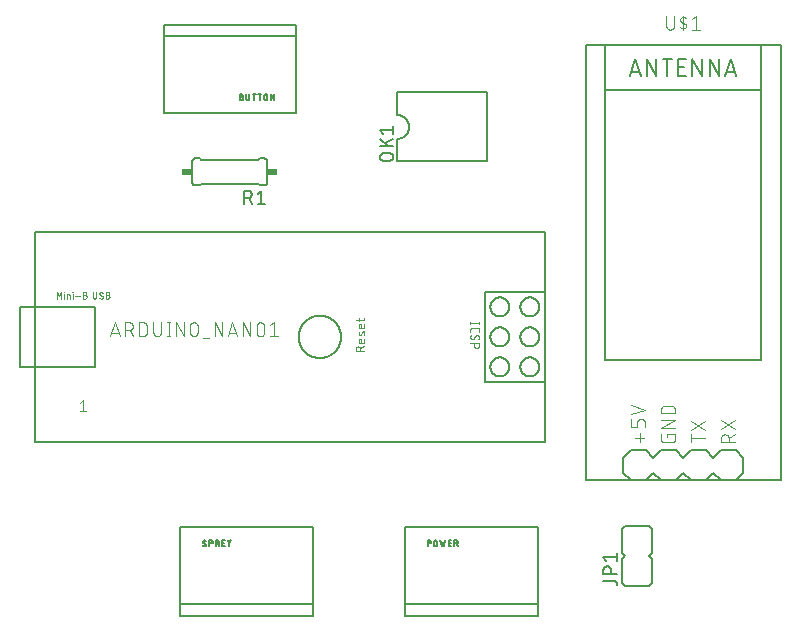
<source format=gbr>
G04 EAGLE Gerber RS-274X export*
G75*
%MOMM*%
%FSLAX34Y34*%
%LPD*%
%INSilkscreen Top*%
%IPPOS*%
%AMOC8*
5,1,8,0,0,1.08239X$1,22.5*%
G01*
%ADD10C,0.127000*%
%ADD11C,0.076200*%
%ADD12C,0.050800*%
%ADD13C,0.101600*%
%ADD14C,0.203200*%
%ADD15C,0.152400*%
%ADD16R,0.863600X0.609600*%


D10*
X0Y317500D02*
X431800Y317500D01*
X431800Y266700D01*
X431800Y190500D01*
X431800Y139700D01*
X0Y139700D01*
X0Y254000D01*
X0Y317500D01*
X0Y254000D02*
X-12700Y254000D01*
X-12700Y203200D01*
X50800Y203200D02*
X50800Y254000D01*
X0Y254000D01*
X-12700Y203200D02*
X50800Y203200D01*
X223339Y228600D02*
X223344Y229041D01*
X223361Y229481D01*
X223388Y229921D01*
X223425Y230360D01*
X223474Y230799D01*
X223533Y231235D01*
X223603Y231671D01*
X223684Y232104D01*
X223775Y232535D01*
X223877Y232964D01*
X223990Y233390D01*
X224112Y233814D01*
X224246Y234234D01*
X224389Y234651D01*
X224543Y235064D01*
X224706Y235473D01*
X224880Y235879D01*
X225063Y236279D01*
X225257Y236675D01*
X225460Y237067D01*
X225672Y237453D01*
X225894Y237834D01*
X226126Y238209D01*
X226366Y238579D01*
X226615Y238942D01*
X226874Y239299D01*
X227141Y239650D01*
X227416Y239994D01*
X227700Y240332D01*
X227992Y240662D01*
X228292Y240985D01*
X228600Y241300D01*
X228915Y241608D01*
X229238Y241908D01*
X229568Y242200D01*
X229906Y242484D01*
X230250Y242759D01*
X230601Y243026D01*
X230958Y243285D01*
X231321Y243534D01*
X231691Y243774D01*
X232066Y244006D01*
X232447Y244228D01*
X232833Y244440D01*
X233225Y244643D01*
X233621Y244837D01*
X234021Y245020D01*
X234427Y245194D01*
X234836Y245357D01*
X235249Y245511D01*
X235666Y245654D01*
X236086Y245788D01*
X236510Y245910D01*
X236936Y246023D01*
X237365Y246125D01*
X237796Y246216D01*
X238229Y246297D01*
X238665Y246367D01*
X239101Y246426D01*
X239540Y246475D01*
X239979Y246512D01*
X240419Y246539D01*
X240859Y246556D01*
X241300Y246561D01*
X241741Y246556D01*
X242181Y246539D01*
X242621Y246512D01*
X243060Y246475D01*
X243499Y246426D01*
X243935Y246367D01*
X244371Y246297D01*
X244804Y246216D01*
X245235Y246125D01*
X245664Y246023D01*
X246090Y245910D01*
X246514Y245788D01*
X246934Y245654D01*
X247351Y245511D01*
X247764Y245357D01*
X248173Y245194D01*
X248579Y245020D01*
X248979Y244837D01*
X249375Y244643D01*
X249767Y244440D01*
X250153Y244228D01*
X250534Y244006D01*
X250909Y243774D01*
X251279Y243534D01*
X251642Y243285D01*
X251999Y243026D01*
X252350Y242759D01*
X252694Y242484D01*
X253032Y242200D01*
X253362Y241908D01*
X253685Y241608D01*
X254000Y241300D01*
X254308Y240985D01*
X254608Y240662D01*
X254900Y240332D01*
X255184Y239994D01*
X255459Y239650D01*
X255726Y239299D01*
X255985Y238942D01*
X256234Y238579D01*
X256474Y238209D01*
X256706Y237834D01*
X256928Y237453D01*
X257140Y237067D01*
X257343Y236675D01*
X257537Y236279D01*
X257720Y235879D01*
X257894Y235473D01*
X258057Y235064D01*
X258211Y234651D01*
X258354Y234234D01*
X258488Y233814D01*
X258610Y233390D01*
X258723Y232964D01*
X258825Y232535D01*
X258916Y232104D01*
X258997Y231671D01*
X259067Y231235D01*
X259126Y230799D01*
X259175Y230360D01*
X259212Y229921D01*
X259239Y229481D01*
X259256Y229041D01*
X259261Y228600D01*
X259256Y228159D01*
X259239Y227719D01*
X259212Y227279D01*
X259175Y226840D01*
X259126Y226401D01*
X259067Y225965D01*
X258997Y225529D01*
X258916Y225096D01*
X258825Y224665D01*
X258723Y224236D01*
X258610Y223810D01*
X258488Y223386D01*
X258354Y222966D01*
X258211Y222549D01*
X258057Y222136D01*
X257894Y221727D01*
X257720Y221321D01*
X257537Y220921D01*
X257343Y220525D01*
X257140Y220133D01*
X256928Y219747D01*
X256706Y219366D01*
X256474Y218991D01*
X256234Y218621D01*
X255985Y218258D01*
X255726Y217901D01*
X255459Y217550D01*
X255184Y217206D01*
X254900Y216868D01*
X254608Y216538D01*
X254308Y216215D01*
X254000Y215900D01*
X253685Y215592D01*
X253362Y215292D01*
X253032Y215000D01*
X252694Y214716D01*
X252350Y214441D01*
X251999Y214174D01*
X251642Y213915D01*
X251279Y213666D01*
X250909Y213426D01*
X250534Y213194D01*
X250153Y212972D01*
X249767Y212760D01*
X249375Y212557D01*
X248979Y212363D01*
X248579Y212180D01*
X248173Y212006D01*
X247764Y211843D01*
X247351Y211689D01*
X246934Y211546D01*
X246514Y211412D01*
X246090Y211290D01*
X245664Y211177D01*
X245235Y211075D01*
X244804Y210984D01*
X244371Y210903D01*
X243935Y210833D01*
X243499Y210774D01*
X243060Y210725D01*
X242621Y210688D01*
X242181Y210661D01*
X241741Y210644D01*
X241300Y210639D01*
X240859Y210644D01*
X240419Y210661D01*
X239979Y210688D01*
X239540Y210725D01*
X239101Y210774D01*
X238665Y210833D01*
X238229Y210903D01*
X237796Y210984D01*
X237365Y211075D01*
X236936Y211177D01*
X236510Y211290D01*
X236086Y211412D01*
X235666Y211546D01*
X235249Y211689D01*
X234836Y211843D01*
X234427Y212006D01*
X234021Y212180D01*
X233621Y212363D01*
X233225Y212557D01*
X232833Y212760D01*
X232447Y212972D01*
X232066Y213194D01*
X231691Y213426D01*
X231321Y213666D01*
X230958Y213915D01*
X230601Y214174D01*
X230250Y214441D01*
X229906Y214716D01*
X229568Y215000D01*
X229238Y215292D01*
X228915Y215592D01*
X228600Y215900D01*
X228292Y216215D01*
X227992Y216538D01*
X227700Y216868D01*
X227416Y217206D01*
X227141Y217550D01*
X226874Y217901D01*
X226615Y218258D01*
X226366Y218621D01*
X226126Y218991D01*
X225894Y219366D01*
X225672Y219747D01*
X225460Y220133D01*
X225257Y220525D01*
X225063Y220921D01*
X224880Y221321D01*
X224706Y221727D01*
X224543Y222136D01*
X224389Y222549D01*
X224246Y222966D01*
X224112Y223386D01*
X223990Y223810D01*
X223877Y224236D01*
X223775Y224665D01*
X223684Y225096D01*
X223603Y225529D01*
X223533Y225965D01*
X223474Y226401D01*
X223425Y226840D01*
X223388Y227279D01*
X223361Y227719D01*
X223344Y228159D01*
X223339Y228600D01*
D11*
X271653Y216281D02*
X279019Y216281D01*
X271653Y216281D02*
X271653Y218327D01*
X271655Y218416D01*
X271661Y218505D01*
X271671Y218594D01*
X271684Y218682D01*
X271701Y218770D01*
X271723Y218857D01*
X271748Y218942D01*
X271776Y219027D01*
X271809Y219110D01*
X271845Y219192D01*
X271884Y219272D01*
X271927Y219350D01*
X271973Y219426D01*
X272023Y219501D01*
X272076Y219573D01*
X272132Y219642D01*
X272191Y219709D01*
X272252Y219774D01*
X272317Y219835D01*
X272384Y219894D01*
X272453Y219950D01*
X272525Y220003D01*
X272600Y220053D01*
X272676Y220099D01*
X272754Y220142D01*
X272834Y220181D01*
X272916Y220217D01*
X272999Y220250D01*
X273084Y220278D01*
X273169Y220303D01*
X273256Y220325D01*
X273344Y220342D01*
X273432Y220355D01*
X273521Y220365D01*
X273610Y220371D01*
X273699Y220373D01*
X273788Y220371D01*
X273877Y220365D01*
X273966Y220355D01*
X274054Y220342D01*
X274142Y220325D01*
X274229Y220303D01*
X274314Y220278D01*
X274399Y220250D01*
X274482Y220217D01*
X274564Y220181D01*
X274644Y220142D01*
X274722Y220099D01*
X274798Y220053D01*
X274873Y220003D01*
X274945Y219950D01*
X275014Y219894D01*
X275081Y219835D01*
X275146Y219774D01*
X275207Y219709D01*
X275266Y219642D01*
X275322Y219573D01*
X275375Y219501D01*
X275425Y219426D01*
X275471Y219350D01*
X275514Y219272D01*
X275553Y219192D01*
X275589Y219110D01*
X275622Y219027D01*
X275650Y218942D01*
X275675Y218857D01*
X275697Y218770D01*
X275714Y218682D01*
X275727Y218594D01*
X275737Y218505D01*
X275743Y218416D01*
X275745Y218327D01*
X275745Y216281D01*
X275745Y218736D02*
X279019Y220373D01*
X279019Y224694D02*
X279019Y226740D01*
X279019Y224694D02*
X279017Y224625D01*
X279011Y224557D01*
X279002Y224488D01*
X278988Y224421D01*
X278971Y224354D01*
X278950Y224288D01*
X278926Y224224D01*
X278897Y224161D01*
X278866Y224100D01*
X278831Y224041D01*
X278793Y223983D01*
X278751Y223928D01*
X278707Y223876D01*
X278659Y223826D01*
X278609Y223778D01*
X278557Y223734D01*
X278502Y223693D01*
X278444Y223654D01*
X278385Y223619D01*
X278324Y223588D01*
X278261Y223559D01*
X278197Y223535D01*
X278131Y223514D01*
X278064Y223497D01*
X277997Y223483D01*
X277929Y223474D01*
X277860Y223468D01*
X277791Y223466D01*
X277791Y223467D02*
X275745Y223467D01*
X275745Y223466D02*
X275666Y223468D01*
X275587Y223474D01*
X275508Y223483D01*
X275430Y223496D01*
X275353Y223514D01*
X275277Y223534D01*
X275202Y223559D01*
X275128Y223587D01*
X275055Y223618D01*
X274984Y223654D01*
X274915Y223692D01*
X274848Y223734D01*
X274783Y223779D01*
X274720Y223827D01*
X274659Y223878D01*
X274602Y223932D01*
X274546Y223988D01*
X274494Y224047D01*
X274444Y224109D01*
X274398Y224173D01*
X274354Y224239D01*
X274314Y224307D01*
X274278Y224377D01*
X274244Y224449D01*
X274214Y224523D01*
X274188Y224597D01*
X274165Y224673D01*
X274147Y224750D01*
X274131Y224827D01*
X274120Y224906D01*
X274112Y224984D01*
X274108Y225063D01*
X274108Y225143D01*
X274112Y225222D01*
X274120Y225300D01*
X274131Y225379D01*
X274147Y225456D01*
X274165Y225533D01*
X274188Y225609D01*
X274214Y225683D01*
X274244Y225757D01*
X274278Y225829D01*
X274314Y225899D01*
X274354Y225967D01*
X274398Y226033D01*
X274444Y226097D01*
X274494Y226159D01*
X274546Y226218D01*
X274602Y226274D01*
X274659Y226328D01*
X274720Y226379D01*
X274783Y226427D01*
X274848Y226472D01*
X274915Y226514D01*
X274984Y226552D01*
X275055Y226588D01*
X275128Y226619D01*
X275202Y226647D01*
X275277Y226672D01*
X275353Y226692D01*
X275430Y226710D01*
X275508Y226723D01*
X275587Y226732D01*
X275666Y226738D01*
X275745Y226740D01*
X276564Y226740D01*
X276564Y223467D01*
X276154Y230420D02*
X276973Y232466D01*
X276154Y230420D02*
X276129Y230361D01*
X276100Y230304D01*
X276067Y230249D01*
X276031Y230196D01*
X275993Y230145D01*
X275951Y230097D01*
X275906Y230051D01*
X275859Y230008D01*
X275809Y229968D01*
X275757Y229931D01*
X275702Y229897D01*
X275646Y229866D01*
X275588Y229839D01*
X275528Y229816D01*
X275468Y229796D01*
X275406Y229780D01*
X275343Y229767D01*
X275279Y229759D01*
X275216Y229754D01*
X275152Y229753D01*
X275088Y229756D01*
X275024Y229763D01*
X274961Y229774D01*
X274899Y229788D01*
X274837Y229806D01*
X274777Y229828D01*
X274718Y229853D01*
X274661Y229882D01*
X274606Y229915D01*
X274553Y229950D01*
X274502Y229989D01*
X274453Y230031D01*
X274407Y230075D01*
X274364Y230123D01*
X274324Y230172D01*
X274287Y230225D01*
X274253Y230279D01*
X274222Y230335D01*
X274195Y230393D01*
X274171Y230452D01*
X274152Y230513D01*
X274135Y230575D01*
X274123Y230638D01*
X274114Y230701D01*
X274109Y230765D01*
X274108Y230829D01*
X274112Y230965D01*
X274120Y231100D01*
X274132Y231236D01*
X274148Y231370D01*
X274168Y231505D01*
X274191Y231638D01*
X274219Y231771D01*
X274250Y231903D01*
X274285Y232034D01*
X274324Y232164D01*
X274367Y232293D01*
X274414Y232420D01*
X274464Y232546D01*
X274518Y232671D01*
X276973Y232466D02*
X276998Y232525D01*
X277027Y232582D01*
X277060Y232637D01*
X277096Y232690D01*
X277134Y232741D01*
X277176Y232789D01*
X277221Y232835D01*
X277268Y232878D01*
X277318Y232918D01*
X277370Y232955D01*
X277425Y232989D01*
X277481Y233020D01*
X277539Y233047D01*
X277599Y233070D01*
X277659Y233090D01*
X277721Y233106D01*
X277784Y233119D01*
X277848Y233127D01*
X277911Y233132D01*
X277975Y233133D01*
X278039Y233130D01*
X278103Y233123D01*
X278166Y233112D01*
X278228Y233098D01*
X278290Y233080D01*
X278350Y233058D01*
X278409Y233033D01*
X278466Y233004D01*
X278521Y232971D01*
X278574Y232936D01*
X278625Y232897D01*
X278674Y232855D01*
X278720Y232811D01*
X278763Y232763D01*
X278803Y232714D01*
X278840Y232661D01*
X278874Y232607D01*
X278905Y232551D01*
X278932Y232493D01*
X278956Y232434D01*
X278975Y232373D01*
X278992Y232311D01*
X279004Y232248D01*
X279013Y232185D01*
X279018Y232121D01*
X279019Y232057D01*
X279015Y231893D01*
X279007Y231729D01*
X278995Y231565D01*
X278979Y231402D01*
X278959Y231239D01*
X278936Y231076D01*
X278908Y230915D01*
X278877Y230753D01*
X278842Y230593D01*
X278803Y230434D01*
X278760Y230275D01*
X278714Y230118D01*
X278664Y229961D01*
X278610Y229806D01*
X279019Y237374D02*
X279019Y239420D01*
X279019Y237374D02*
X279017Y237305D01*
X279011Y237237D01*
X279002Y237168D01*
X278988Y237101D01*
X278971Y237034D01*
X278950Y236968D01*
X278926Y236904D01*
X278897Y236841D01*
X278866Y236780D01*
X278831Y236721D01*
X278793Y236663D01*
X278751Y236608D01*
X278707Y236556D01*
X278659Y236506D01*
X278609Y236458D01*
X278557Y236414D01*
X278502Y236373D01*
X278444Y236334D01*
X278385Y236299D01*
X278324Y236268D01*
X278261Y236239D01*
X278197Y236215D01*
X278131Y236194D01*
X278064Y236177D01*
X277997Y236163D01*
X277929Y236154D01*
X277860Y236148D01*
X277791Y236146D01*
X275745Y236146D01*
X275666Y236148D01*
X275587Y236154D01*
X275508Y236163D01*
X275430Y236176D01*
X275353Y236194D01*
X275277Y236214D01*
X275202Y236239D01*
X275128Y236267D01*
X275055Y236298D01*
X274984Y236334D01*
X274915Y236372D01*
X274848Y236414D01*
X274783Y236459D01*
X274720Y236507D01*
X274659Y236558D01*
X274602Y236612D01*
X274546Y236668D01*
X274494Y236727D01*
X274444Y236789D01*
X274398Y236853D01*
X274354Y236919D01*
X274314Y236987D01*
X274278Y237057D01*
X274244Y237129D01*
X274214Y237203D01*
X274188Y237277D01*
X274165Y237353D01*
X274147Y237430D01*
X274131Y237507D01*
X274120Y237586D01*
X274112Y237664D01*
X274108Y237743D01*
X274108Y237823D01*
X274112Y237902D01*
X274120Y237980D01*
X274131Y238059D01*
X274147Y238136D01*
X274165Y238213D01*
X274188Y238289D01*
X274214Y238363D01*
X274244Y238437D01*
X274278Y238509D01*
X274314Y238579D01*
X274354Y238647D01*
X274398Y238713D01*
X274444Y238777D01*
X274494Y238839D01*
X274546Y238898D01*
X274602Y238954D01*
X274659Y239008D01*
X274720Y239059D01*
X274783Y239107D01*
X274848Y239152D01*
X274915Y239194D01*
X274984Y239232D01*
X275055Y239268D01*
X275128Y239299D01*
X275202Y239327D01*
X275277Y239352D01*
X275353Y239372D01*
X275430Y239390D01*
X275508Y239403D01*
X275587Y239412D01*
X275666Y239418D01*
X275745Y239420D01*
X276564Y239420D01*
X276564Y236146D01*
X274108Y241856D02*
X274108Y244311D01*
X271653Y242674D02*
X277791Y242674D01*
X277860Y242676D01*
X277928Y242682D01*
X277997Y242691D01*
X278064Y242705D01*
X278131Y242722D01*
X278197Y242743D01*
X278261Y242767D01*
X278324Y242796D01*
X278385Y242827D01*
X278444Y242862D01*
X278502Y242900D01*
X278557Y242942D01*
X278609Y242986D01*
X278659Y243034D01*
X278707Y243084D01*
X278751Y243136D01*
X278793Y243191D01*
X278831Y243249D01*
X278866Y243308D01*
X278897Y243369D01*
X278926Y243432D01*
X278950Y243496D01*
X278971Y243562D01*
X278988Y243629D01*
X279002Y243696D01*
X279011Y243765D01*
X279017Y243833D01*
X279019Y243902D01*
X279019Y244311D01*
X41092Y174879D02*
X38481Y172791D01*
X41092Y174879D02*
X41092Y165481D01*
X43702Y165481D02*
X38481Y165481D01*
D12*
X18418Y260858D02*
X18418Y266446D01*
X20280Y263342D01*
X22143Y266446D01*
X22143Y260858D01*
X24669Y260858D02*
X24669Y264583D01*
X24514Y266136D02*
X24514Y266446D01*
X24825Y266446D01*
X24825Y266136D01*
X24514Y266136D01*
X27085Y264583D02*
X27085Y260858D01*
X27085Y264583D02*
X28637Y264583D01*
X28695Y264581D01*
X28754Y264576D01*
X28811Y264567D01*
X28869Y264554D01*
X28925Y264537D01*
X28980Y264518D01*
X29033Y264494D01*
X29086Y264468D01*
X29136Y264438D01*
X29184Y264405D01*
X29230Y264369D01*
X29274Y264331D01*
X29316Y264289D01*
X29354Y264245D01*
X29390Y264199D01*
X29423Y264151D01*
X29453Y264101D01*
X29479Y264048D01*
X29503Y263995D01*
X29522Y263940D01*
X29539Y263884D01*
X29552Y263826D01*
X29561Y263769D01*
X29566Y263710D01*
X29568Y263652D01*
X29569Y263652D02*
X29569Y260858D01*
X31985Y260858D02*
X31985Y264583D01*
X31829Y266136D02*
X31829Y266446D01*
X32140Y266446D01*
X32140Y266136D01*
X31829Y266136D01*
X34328Y263031D02*
X38053Y263031D01*
X40756Y263962D02*
X42309Y263962D01*
X42386Y263960D01*
X42464Y263954D01*
X42540Y263945D01*
X42617Y263931D01*
X42692Y263914D01*
X42766Y263893D01*
X42840Y263868D01*
X42912Y263840D01*
X42982Y263808D01*
X43051Y263773D01*
X43118Y263734D01*
X43183Y263692D01*
X43246Y263647D01*
X43307Y263599D01*
X43365Y263548D01*
X43420Y263494D01*
X43473Y263437D01*
X43522Y263378D01*
X43569Y263316D01*
X43613Y263252D01*
X43653Y263186D01*
X43690Y263118D01*
X43724Y263048D01*
X43754Y262977D01*
X43780Y262904D01*
X43803Y262830D01*
X43822Y262755D01*
X43837Y262680D01*
X43849Y262603D01*
X43857Y262526D01*
X43861Y262449D01*
X43861Y262371D01*
X43857Y262294D01*
X43849Y262217D01*
X43837Y262140D01*
X43822Y262065D01*
X43803Y261990D01*
X43780Y261916D01*
X43754Y261843D01*
X43724Y261772D01*
X43690Y261702D01*
X43653Y261634D01*
X43613Y261568D01*
X43569Y261504D01*
X43522Y261442D01*
X43473Y261383D01*
X43420Y261326D01*
X43365Y261272D01*
X43307Y261221D01*
X43246Y261173D01*
X43183Y261128D01*
X43118Y261086D01*
X43051Y261047D01*
X42982Y261012D01*
X42912Y260980D01*
X42840Y260952D01*
X42766Y260927D01*
X42692Y260906D01*
X42617Y260889D01*
X42540Y260875D01*
X42464Y260866D01*
X42386Y260860D01*
X42309Y260858D01*
X40756Y260858D01*
X40756Y266446D01*
X42309Y266446D01*
X42379Y266444D01*
X42448Y266438D01*
X42517Y266428D01*
X42585Y266415D01*
X42653Y266397D01*
X42719Y266376D01*
X42784Y266351D01*
X42848Y266323D01*
X42910Y266291D01*
X42970Y266256D01*
X43028Y266217D01*
X43083Y266175D01*
X43137Y266130D01*
X43187Y266082D01*
X43235Y266032D01*
X43280Y265978D01*
X43322Y265923D01*
X43361Y265865D01*
X43396Y265805D01*
X43428Y265743D01*
X43456Y265679D01*
X43481Y265614D01*
X43502Y265548D01*
X43520Y265480D01*
X43533Y265412D01*
X43543Y265343D01*
X43549Y265274D01*
X43551Y265204D01*
X43549Y265134D01*
X43543Y265065D01*
X43533Y264996D01*
X43520Y264928D01*
X43502Y264860D01*
X43481Y264794D01*
X43456Y264729D01*
X43428Y264665D01*
X43396Y264603D01*
X43361Y264543D01*
X43322Y264485D01*
X43280Y264430D01*
X43235Y264376D01*
X43187Y264326D01*
X43137Y264278D01*
X43083Y264233D01*
X43028Y264191D01*
X42970Y264152D01*
X42910Y264117D01*
X42848Y264085D01*
X42784Y264057D01*
X42719Y264032D01*
X42653Y264011D01*
X42585Y263993D01*
X42517Y263980D01*
X42448Y263970D01*
X42379Y263964D01*
X42309Y263962D01*
X49086Y262410D02*
X49086Y266446D01*
X49086Y262410D02*
X49088Y262333D01*
X49094Y262255D01*
X49103Y262179D01*
X49117Y262102D01*
X49134Y262027D01*
X49155Y261953D01*
X49180Y261879D01*
X49208Y261807D01*
X49240Y261737D01*
X49275Y261668D01*
X49314Y261601D01*
X49356Y261536D01*
X49401Y261473D01*
X49449Y261412D01*
X49500Y261354D01*
X49554Y261299D01*
X49611Y261246D01*
X49670Y261197D01*
X49732Y261150D01*
X49796Y261106D01*
X49862Y261066D01*
X49930Y261029D01*
X50000Y260995D01*
X50071Y260965D01*
X50144Y260939D01*
X50218Y260916D01*
X50293Y260897D01*
X50368Y260882D01*
X50445Y260870D01*
X50522Y260862D01*
X50599Y260858D01*
X50677Y260858D01*
X50754Y260862D01*
X50831Y260870D01*
X50908Y260882D01*
X50983Y260897D01*
X51058Y260916D01*
X51132Y260939D01*
X51205Y260965D01*
X51276Y260995D01*
X51346Y261029D01*
X51414Y261066D01*
X51480Y261106D01*
X51544Y261150D01*
X51606Y261197D01*
X51665Y261246D01*
X51722Y261299D01*
X51776Y261354D01*
X51827Y261412D01*
X51875Y261473D01*
X51920Y261536D01*
X51962Y261601D01*
X52001Y261668D01*
X52036Y261737D01*
X52068Y261807D01*
X52096Y261879D01*
X52121Y261953D01*
X52142Y262027D01*
X52159Y262102D01*
X52173Y262179D01*
X52182Y262255D01*
X52188Y262333D01*
X52190Y262410D01*
X52190Y266446D01*
X57677Y262100D02*
X57675Y262030D01*
X57669Y261961D01*
X57659Y261892D01*
X57646Y261824D01*
X57628Y261756D01*
X57607Y261690D01*
X57582Y261625D01*
X57554Y261561D01*
X57522Y261499D01*
X57487Y261439D01*
X57448Y261381D01*
X57406Y261326D01*
X57361Y261272D01*
X57313Y261222D01*
X57263Y261174D01*
X57209Y261129D01*
X57154Y261087D01*
X57096Y261048D01*
X57036Y261013D01*
X56974Y260981D01*
X56910Y260953D01*
X56845Y260928D01*
X56779Y260907D01*
X56711Y260889D01*
X56643Y260876D01*
X56574Y260866D01*
X56505Y260860D01*
X56435Y260858D01*
X56336Y260860D01*
X56238Y260865D01*
X56140Y260875D01*
X56042Y260888D01*
X55945Y260904D01*
X55848Y260924D01*
X55753Y260948D01*
X55658Y260976D01*
X55564Y261007D01*
X55472Y261041D01*
X55381Y261079D01*
X55291Y261120D01*
X55203Y261165D01*
X55117Y261213D01*
X55033Y261264D01*
X54951Y261318D01*
X54870Y261376D01*
X54792Y261436D01*
X54717Y261499D01*
X54643Y261565D01*
X54573Y261634D01*
X54727Y265204D02*
X54729Y265274D01*
X54735Y265343D01*
X54745Y265412D01*
X54758Y265480D01*
X54776Y265548D01*
X54797Y265614D01*
X54822Y265679D01*
X54850Y265743D01*
X54882Y265805D01*
X54917Y265865D01*
X54956Y265923D01*
X54998Y265978D01*
X55043Y266032D01*
X55091Y266082D01*
X55141Y266130D01*
X55195Y266175D01*
X55250Y266217D01*
X55308Y266256D01*
X55368Y266291D01*
X55430Y266323D01*
X55494Y266351D01*
X55559Y266376D01*
X55625Y266397D01*
X55693Y266415D01*
X55761Y266428D01*
X55830Y266438D01*
X55899Y266444D01*
X55969Y266446D01*
X56063Y266444D01*
X56156Y266438D01*
X56249Y266429D01*
X56342Y266416D01*
X56434Y266399D01*
X56525Y266379D01*
X56616Y266354D01*
X56705Y266327D01*
X56793Y266295D01*
X56880Y266260D01*
X56966Y266222D01*
X57049Y266180D01*
X57131Y266135D01*
X57212Y266087D01*
X57290Y266035D01*
X57366Y265980D01*
X55349Y264118D02*
X55290Y264154D01*
X55234Y264194D01*
X55180Y264237D01*
X55128Y264282D01*
X55079Y264331D01*
X55033Y264382D01*
X54990Y264435D01*
X54949Y264491D01*
X54912Y264549D01*
X54877Y264609D01*
X54847Y264670D01*
X54819Y264733D01*
X54795Y264798D01*
X54775Y264864D01*
X54758Y264931D01*
X54745Y264998D01*
X54736Y265066D01*
X54730Y265135D01*
X54728Y265204D01*
X57055Y263186D02*
X57114Y263150D01*
X57170Y263110D01*
X57224Y263067D01*
X57276Y263022D01*
X57325Y262973D01*
X57371Y262922D01*
X57414Y262869D01*
X57455Y262813D01*
X57492Y262755D01*
X57527Y262695D01*
X57557Y262634D01*
X57585Y262571D01*
X57609Y262506D01*
X57629Y262440D01*
X57646Y262373D01*
X57659Y262306D01*
X57668Y262238D01*
X57674Y262169D01*
X57676Y262100D01*
X57056Y263186D02*
X55348Y264118D01*
X60142Y263962D02*
X61694Y263962D01*
X61771Y263960D01*
X61849Y263954D01*
X61925Y263945D01*
X62002Y263931D01*
X62077Y263914D01*
X62151Y263893D01*
X62225Y263868D01*
X62297Y263840D01*
X62367Y263808D01*
X62436Y263773D01*
X62503Y263734D01*
X62568Y263692D01*
X62631Y263647D01*
X62692Y263599D01*
X62750Y263548D01*
X62805Y263494D01*
X62858Y263437D01*
X62907Y263378D01*
X62954Y263316D01*
X62998Y263252D01*
X63038Y263186D01*
X63075Y263118D01*
X63109Y263048D01*
X63139Y262977D01*
X63165Y262904D01*
X63188Y262830D01*
X63207Y262755D01*
X63222Y262680D01*
X63234Y262603D01*
X63242Y262526D01*
X63246Y262449D01*
X63246Y262371D01*
X63242Y262294D01*
X63234Y262217D01*
X63222Y262140D01*
X63207Y262065D01*
X63188Y261990D01*
X63165Y261916D01*
X63139Y261843D01*
X63109Y261772D01*
X63075Y261702D01*
X63038Y261634D01*
X62998Y261568D01*
X62954Y261504D01*
X62907Y261442D01*
X62858Y261383D01*
X62805Y261326D01*
X62750Y261272D01*
X62692Y261221D01*
X62631Y261173D01*
X62568Y261128D01*
X62503Y261086D01*
X62436Y261047D01*
X62367Y261012D01*
X62297Y260980D01*
X62225Y260952D01*
X62151Y260927D01*
X62077Y260906D01*
X62002Y260889D01*
X61925Y260875D01*
X61849Y260866D01*
X61771Y260860D01*
X61694Y260858D01*
X60142Y260858D01*
X60142Y266446D01*
X61694Y266446D01*
X61764Y266444D01*
X61833Y266438D01*
X61902Y266428D01*
X61970Y266415D01*
X62038Y266397D01*
X62104Y266376D01*
X62169Y266351D01*
X62233Y266323D01*
X62295Y266291D01*
X62355Y266256D01*
X62413Y266217D01*
X62468Y266175D01*
X62522Y266130D01*
X62572Y266082D01*
X62620Y266032D01*
X62665Y265978D01*
X62707Y265923D01*
X62746Y265865D01*
X62781Y265805D01*
X62813Y265743D01*
X62841Y265679D01*
X62866Y265614D01*
X62887Y265548D01*
X62905Y265480D01*
X62918Y265412D01*
X62928Y265343D01*
X62934Y265274D01*
X62936Y265204D01*
X62934Y265134D01*
X62928Y265065D01*
X62918Y264996D01*
X62905Y264928D01*
X62887Y264860D01*
X62866Y264794D01*
X62841Y264729D01*
X62813Y264665D01*
X62781Y264603D01*
X62746Y264543D01*
X62707Y264485D01*
X62665Y264430D01*
X62620Y264376D01*
X62572Y264326D01*
X62522Y264278D01*
X62468Y264233D01*
X62413Y264191D01*
X62355Y264152D01*
X62295Y264117D01*
X62233Y264085D01*
X62169Y264057D01*
X62104Y264032D01*
X62038Y264011D01*
X61970Y263993D01*
X61902Y263980D01*
X61833Y263970D01*
X61764Y263964D01*
X61694Y263962D01*
D10*
X381000Y266700D02*
X431800Y266700D01*
X381000Y266700D02*
X381000Y190500D01*
X431800Y190500D01*
X411100Y203200D02*
X411102Y203396D01*
X411110Y203593D01*
X411122Y203789D01*
X411139Y203984D01*
X411160Y204179D01*
X411187Y204374D01*
X411218Y204568D01*
X411254Y204761D01*
X411294Y204953D01*
X411340Y205144D01*
X411390Y205334D01*
X411444Y205522D01*
X411504Y205709D01*
X411568Y205895D01*
X411636Y206079D01*
X411709Y206261D01*
X411786Y206442D01*
X411868Y206620D01*
X411954Y206797D01*
X412045Y206971D01*
X412139Y207143D01*
X412238Y207313D01*
X412341Y207480D01*
X412448Y207645D01*
X412559Y207806D01*
X412674Y207966D01*
X412793Y208122D01*
X412916Y208275D01*
X413042Y208425D01*
X413172Y208572D01*
X413306Y208716D01*
X413443Y208857D01*
X413584Y208994D01*
X413728Y209128D01*
X413875Y209258D01*
X414025Y209384D01*
X414178Y209507D01*
X414334Y209626D01*
X414494Y209741D01*
X414655Y209852D01*
X414820Y209959D01*
X414987Y210062D01*
X415157Y210161D01*
X415329Y210255D01*
X415503Y210346D01*
X415680Y210432D01*
X415858Y210514D01*
X416039Y210591D01*
X416221Y210664D01*
X416405Y210732D01*
X416591Y210796D01*
X416778Y210856D01*
X416966Y210910D01*
X417156Y210960D01*
X417347Y211006D01*
X417539Y211046D01*
X417732Y211082D01*
X417926Y211113D01*
X418121Y211140D01*
X418316Y211161D01*
X418511Y211178D01*
X418707Y211190D01*
X418904Y211198D01*
X419100Y211200D01*
X419296Y211198D01*
X419493Y211190D01*
X419689Y211178D01*
X419884Y211161D01*
X420079Y211140D01*
X420274Y211113D01*
X420468Y211082D01*
X420661Y211046D01*
X420853Y211006D01*
X421044Y210960D01*
X421234Y210910D01*
X421422Y210856D01*
X421609Y210796D01*
X421795Y210732D01*
X421979Y210664D01*
X422161Y210591D01*
X422342Y210514D01*
X422520Y210432D01*
X422697Y210346D01*
X422871Y210255D01*
X423043Y210161D01*
X423213Y210062D01*
X423380Y209959D01*
X423545Y209852D01*
X423706Y209741D01*
X423866Y209626D01*
X424022Y209507D01*
X424175Y209384D01*
X424325Y209258D01*
X424472Y209128D01*
X424616Y208994D01*
X424757Y208857D01*
X424894Y208716D01*
X425028Y208572D01*
X425158Y208425D01*
X425284Y208275D01*
X425407Y208122D01*
X425526Y207966D01*
X425641Y207806D01*
X425752Y207645D01*
X425859Y207480D01*
X425962Y207313D01*
X426061Y207143D01*
X426155Y206971D01*
X426246Y206797D01*
X426332Y206620D01*
X426414Y206442D01*
X426491Y206261D01*
X426564Y206079D01*
X426632Y205895D01*
X426696Y205709D01*
X426756Y205522D01*
X426810Y205334D01*
X426860Y205144D01*
X426906Y204953D01*
X426946Y204761D01*
X426982Y204568D01*
X427013Y204374D01*
X427040Y204179D01*
X427061Y203984D01*
X427078Y203789D01*
X427090Y203593D01*
X427098Y203396D01*
X427100Y203200D01*
X427098Y203004D01*
X427090Y202807D01*
X427078Y202611D01*
X427061Y202416D01*
X427040Y202221D01*
X427013Y202026D01*
X426982Y201832D01*
X426946Y201639D01*
X426906Y201447D01*
X426860Y201256D01*
X426810Y201066D01*
X426756Y200878D01*
X426696Y200691D01*
X426632Y200505D01*
X426564Y200321D01*
X426491Y200139D01*
X426414Y199958D01*
X426332Y199780D01*
X426246Y199603D01*
X426155Y199429D01*
X426061Y199257D01*
X425962Y199087D01*
X425859Y198920D01*
X425752Y198755D01*
X425641Y198594D01*
X425526Y198434D01*
X425407Y198278D01*
X425284Y198125D01*
X425158Y197975D01*
X425028Y197828D01*
X424894Y197684D01*
X424757Y197543D01*
X424616Y197406D01*
X424472Y197272D01*
X424325Y197142D01*
X424175Y197016D01*
X424022Y196893D01*
X423866Y196774D01*
X423706Y196659D01*
X423545Y196548D01*
X423380Y196441D01*
X423213Y196338D01*
X423043Y196239D01*
X422871Y196145D01*
X422697Y196054D01*
X422520Y195968D01*
X422342Y195886D01*
X422161Y195809D01*
X421979Y195736D01*
X421795Y195668D01*
X421609Y195604D01*
X421422Y195544D01*
X421234Y195490D01*
X421044Y195440D01*
X420853Y195394D01*
X420661Y195354D01*
X420468Y195318D01*
X420274Y195287D01*
X420079Y195260D01*
X419884Y195239D01*
X419689Y195222D01*
X419493Y195210D01*
X419296Y195202D01*
X419100Y195200D01*
X418904Y195202D01*
X418707Y195210D01*
X418511Y195222D01*
X418316Y195239D01*
X418121Y195260D01*
X417926Y195287D01*
X417732Y195318D01*
X417539Y195354D01*
X417347Y195394D01*
X417156Y195440D01*
X416966Y195490D01*
X416778Y195544D01*
X416591Y195604D01*
X416405Y195668D01*
X416221Y195736D01*
X416039Y195809D01*
X415858Y195886D01*
X415680Y195968D01*
X415503Y196054D01*
X415329Y196145D01*
X415157Y196239D01*
X414987Y196338D01*
X414820Y196441D01*
X414655Y196548D01*
X414494Y196659D01*
X414334Y196774D01*
X414178Y196893D01*
X414025Y197016D01*
X413875Y197142D01*
X413728Y197272D01*
X413584Y197406D01*
X413443Y197543D01*
X413306Y197684D01*
X413172Y197828D01*
X413042Y197975D01*
X412916Y198125D01*
X412793Y198278D01*
X412674Y198434D01*
X412559Y198594D01*
X412448Y198755D01*
X412341Y198920D01*
X412238Y199087D01*
X412139Y199257D01*
X412045Y199429D01*
X411954Y199603D01*
X411868Y199780D01*
X411786Y199958D01*
X411709Y200139D01*
X411636Y200321D01*
X411568Y200505D01*
X411504Y200691D01*
X411444Y200878D01*
X411390Y201066D01*
X411340Y201256D01*
X411294Y201447D01*
X411254Y201639D01*
X411218Y201832D01*
X411187Y202026D01*
X411160Y202221D01*
X411139Y202416D01*
X411122Y202611D01*
X411110Y202807D01*
X411102Y203004D01*
X411100Y203200D01*
X411100Y228600D02*
X411102Y228796D01*
X411110Y228993D01*
X411122Y229189D01*
X411139Y229384D01*
X411160Y229579D01*
X411187Y229774D01*
X411218Y229968D01*
X411254Y230161D01*
X411294Y230353D01*
X411340Y230544D01*
X411390Y230734D01*
X411444Y230922D01*
X411504Y231109D01*
X411568Y231295D01*
X411636Y231479D01*
X411709Y231661D01*
X411786Y231842D01*
X411868Y232020D01*
X411954Y232197D01*
X412045Y232371D01*
X412139Y232543D01*
X412238Y232713D01*
X412341Y232880D01*
X412448Y233045D01*
X412559Y233206D01*
X412674Y233366D01*
X412793Y233522D01*
X412916Y233675D01*
X413042Y233825D01*
X413172Y233972D01*
X413306Y234116D01*
X413443Y234257D01*
X413584Y234394D01*
X413728Y234528D01*
X413875Y234658D01*
X414025Y234784D01*
X414178Y234907D01*
X414334Y235026D01*
X414494Y235141D01*
X414655Y235252D01*
X414820Y235359D01*
X414987Y235462D01*
X415157Y235561D01*
X415329Y235655D01*
X415503Y235746D01*
X415680Y235832D01*
X415858Y235914D01*
X416039Y235991D01*
X416221Y236064D01*
X416405Y236132D01*
X416591Y236196D01*
X416778Y236256D01*
X416966Y236310D01*
X417156Y236360D01*
X417347Y236406D01*
X417539Y236446D01*
X417732Y236482D01*
X417926Y236513D01*
X418121Y236540D01*
X418316Y236561D01*
X418511Y236578D01*
X418707Y236590D01*
X418904Y236598D01*
X419100Y236600D01*
X419296Y236598D01*
X419493Y236590D01*
X419689Y236578D01*
X419884Y236561D01*
X420079Y236540D01*
X420274Y236513D01*
X420468Y236482D01*
X420661Y236446D01*
X420853Y236406D01*
X421044Y236360D01*
X421234Y236310D01*
X421422Y236256D01*
X421609Y236196D01*
X421795Y236132D01*
X421979Y236064D01*
X422161Y235991D01*
X422342Y235914D01*
X422520Y235832D01*
X422697Y235746D01*
X422871Y235655D01*
X423043Y235561D01*
X423213Y235462D01*
X423380Y235359D01*
X423545Y235252D01*
X423706Y235141D01*
X423866Y235026D01*
X424022Y234907D01*
X424175Y234784D01*
X424325Y234658D01*
X424472Y234528D01*
X424616Y234394D01*
X424757Y234257D01*
X424894Y234116D01*
X425028Y233972D01*
X425158Y233825D01*
X425284Y233675D01*
X425407Y233522D01*
X425526Y233366D01*
X425641Y233206D01*
X425752Y233045D01*
X425859Y232880D01*
X425962Y232713D01*
X426061Y232543D01*
X426155Y232371D01*
X426246Y232197D01*
X426332Y232020D01*
X426414Y231842D01*
X426491Y231661D01*
X426564Y231479D01*
X426632Y231295D01*
X426696Y231109D01*
X426756Y230922D01*
X426810Y230734D01*
X426860Y230544D01*
X426906Y230353D01*
X426946Y230161D01*
X426982Y229968D01*
X427013Y229774D01*
X427040Y229579D01*
X427061Y229384D01*
X427078Y229189D01*
X427090Y228993D01*
X427098Y228796D01*
X427100Y228600D01*
X427098Y228404D01*
X427090Y228207D01*
X427078Y228011D01*
X427061Y227816D01*
X427040Y227621D01*
X427013Y227426D01*
X426982Y227232D01*
X426946Y227039D01*
X426906Y226847D01*
X426860Y226656D01*
X426810Y226466D01*
X426756Y226278D01*
X426696Y226091D01*
X426632Y225905D01*
X426564Y225721D01*
X426491Y225539D01*
X426414Y225358D01*
X426332Y225180D01*
X426246Y225003D01*
X426155Y224829D01*
X426061Y224657D01*
X425962Y224487D01*
X425859Y224320D01*
X425752Y224155D01*
X425641Y223994D01*
X425526Y223834D01*
X425407Y223678D01*
X425284Y223525D01*
X425158Y223375D01*
X425028Y223228D01*
X424894Y223084D01*
X424757Y222943D01*
X424616Y222806D01*
X424472Y222672D01*
X424325Y222542D01*
X424175Y222416D01*
X424022Y222293D01*
X423866Y222174D01*
X423706Y222059D01*
X423545Y221948D01*
X423380Y221841D01*
X423213Y221738D01*
X423043Y221639D01*
X422871Y221545D01*
X422697Y221454D01*
X422520Y221368D01*
X422342Y221286D01*
X422161Y221209D01*
X421979Y221136D01*
X421795Y221068D01*
X421609Y221004D01*
X421422Y220944D01*
X421234Y220890D01*
X421044Y220840D01*
X420853Y220794D01*
X420661Y220754D01*
X420468Y220718D01*
X420274Y220687D01*
X420079Y220660D01*
X419884Y220639D01*
X419689Y220622D01*
X419493Y220610D01*
X419296Y220602D01*
X419100Y220600D01*
X418904Y220602D01*
X418707Y220610D01*
X418511Y220622D01*
X418316Y220639D01*
X418121Y220660D01*
X417926Y220687D01*
X417732Y220718D01*
X417539Y220754D01*
X417347Y220794D01*
X417156Y220840D01*
X416966Y220890D01*
X416778Y220944D01*
X416591Y221004D01*
X416405Y221068D01*
X416221Y221136D01*
X416039Y221209D01*
X415858Y221286D01*
X415680Y221368D01*
X415503Y221454D01*
X415329Y221545D01*
X415157Y221639D01*
X414987Y221738D01*
X414820Y221841D01*
X414655Y221948D01*
X414494Y222059D01*
X414334Y222174D01*
X414178Y222293D01*
X414025Y222416D01*
X413875Y222542D01*
X413728Y222672D01*
X413584Y222806D01*
X413443Y222943D01*
X413306Y223084D01*
X413172Y223228D01*
X413042Y223375D01*
X412916Y223525D01*
X412793Y223678D01*
X412674Y223834D01*
X412559Y223994D01*
X412448Y224155D01*
X412341Y224320D01*
X412238Y224487D01*
X412139Y224657D01*
X412045Y224829D01*
X411954Y225003D01*
X411868Y225180D01*
X411786Y225358D01*
X411709Y225539D01*
X411636Y225721D01*
X411568Y225905D01*
X411504Y226091D01*
X411444Y226278D01*
X411390Y226466D01*
X411340Y226656D01*
X411294Y226847D01*
X411254Y227039D01*
X411218Y227232D01*
X411187Y227426D01*
X411160Y227621D01*
X411139Y227816D01*
X411122Y228011D01*
X411110Y228207D01*
X411102Y228404D01*
X411100Y228600D01*
X411100Y254000D02*
X411102Y254196D01*
X411110Y254393D01*
X411122Y254589D01*
X411139Y254784D01*
X411160Y254979D01*
X411187Y255174D01*
X411218Y255368D01*
X411254Y255561D01*
X411294Y255753D01*
X411340Y255944D01*
X411390Y256134D01*
X411444Y256322D01*
X411504Y256509D01*
X411568Y256695D01*
X411636Y256879D01*
X411709Y257061D01*
X411786Y257242D01*
X411868Y257420D01*
X411954Y257597D01*
X412045Y257771D01*
X412139Y257943D01*
X412238Y258113D01*
X412341Y258280D01*
X412448Y258445D01*
X412559Y258606D01*
X412674Y258766D01*
X412793Y258922D01*
X412916Y259075D01*
X413042Y259225D01*
X413172Y259372D01*
X413306Y259516D01*
X413443Y259657D01*
X413584Y259794D01*
X413728Y259928D01*
X413875Y260058D01*
X414025Y260184D01*
X414178Y260307D01*
X414334Y260426D01*
X414494Y260541D01*
X414655Y260652D01*
X414820Y260759D01*
X414987Y260862D01*
X415157Y260961D01*
X415329Y261055D01*
X415503Y261146D01*
X415680Y261232D01*
X415858Y261314D01*
X416039Y261391D01*
X416221Y261464D01*
X416405Y261532D01*
X416591Y261596D01*
X416778Y261656D01*
X416966Y261710D01*
X417156Y261760D01*
X417347Y261806D01*
X417539Y261846D01*
X417732Y261882D01*
X417926Y261913D01*
X418121Y261940D01*
X418316Y261961D01*
X418511Y261978D01*
X418707Y261990D01*
X418904Y261998D01*
X419100Y262000D01*
X419296Y261998D01*
X419493Y261990D01*
X419689Y261978D01*
X419884Y261961D01*
X420079Y261940D01*
X420274Y261913D01*
X420468Y261882D01*
X420661Y261846D01*
X420853Y261806D01*
X421044Y261760D01*
X421234Y261710D01*
X421422Y261656D01*
X421609Y261596D01*
X421795Y261532D01*
X421979Y261464D01*
X422161Y261391D01*
X422342Y261314D01*
X422520Y261232D01*
X422697Y261146D01*
X422871Y261055D01*
X423043Y260961D01*
X423213Y260862D01*
X423380Y260759D01*
X423545Y260652D01*
X423706Y260541D01*
X423866Y260426D01*
X424022Y260307D01*
X424175Y260184D01*
X424325Y260058D01*
X424472Y259928D01*
X424616Y259794D01*
X424757Y259657D01*
X424894Y259516D01*
X425028Y259372D01*
X425158Y259225D01*
X425284Y259075D01*
X425407Y258922D01*
X425526Y258766D01*
X425641Y258606D01*
X425752Y258445D01*
X425859Y258280D01*
X425962Y258113D01*
X426061Y257943D01*
X426155Y257771D01*
X426246Y257597D01*
X426332Y257420D01*
X426414Y257242D01*
X426491Y257061D01*
X426564Y256879D01*
X426632Y256695D01*
X426696Y256509D01*
X426756Y256322D01*
X426810Y256134D01*
X426860Y255944D01*
X426906Y255753D01*
X426946Y255561D01*
X426982Y255368D01*
X427013Y255174D01*
X427040Y254979D01*
X427061Y254784D01*
X427078Y254589D01*
X427090Y254393D01*
X427098Y254196D01*
X427100Y254000D01*
X427098Y253804D01*
X427090Y253607D01*
X427078Y253411D01*
X427061Y253216D01*
X427040Y253021D01*
X427013Y252826D01*
X426982Y252632D01*
X426946Y252439D01*
X426906Y252247D01*
X426860Y252056D01*
X426810Y251866D01*
X426756Y251678D01*
X426696Y251491D01*
X426632Y251305D01*
X426564Y251121D01*
X426491Y250939D01*
X426414Y250758D01*
X426332Y250580D01*
X426246Y250403D01*
X426155Y250229D01*
X426061Y250057D01*
X425962Y249887D01*
X425859Y249720D01*
X425752Y249555D01*
X425641Y249394D01*
X425526Y249234D01*
X425407Y249078D01*
X425284Y248925D01*
X425158Y248775D01*
X425028Y248628D01*
X424894Y248484D01*
X424757Y248343D01*
X424616Y248206D01*
X424472Y248072D01*
X424325Y247942D01*
X424175Y247816D01*
X424022Y247693D01*
X423866Y247574D01*
X423706Y247459D01*
X423545Y247348D01*
X423380Y247241D01*
X423213Y247138D01*
X423043Y247039D01*
X422871Y246945D01*
X422697Y246854D01*
X422520Y246768D01*
X422342Y246686D01*
X422161Y246609D01*
X421979Y246536D01*
X421795Y246468D01*
X421609Y246404D01*
X421422Y246344D01*
X421234Y246290D01*
X421044Y246240D01*
X420853Y246194D01*
X420661Y246154D01*
X420468Y246118D01*
X420274Y246087D01*
X420079Y246060D01*
X419884Y246039D01*
X419689Y246022D01*
X419493Y246010D01*
X419296Y246002D01*
X419100Y246000D01*
X418904Y246002D01*
X418707Y246010D01*
X418511Y246022D01*
X418316Y246039D01*
X418121Y246060D01*
X417926Y246087D01*
X417732Y246118D01*
X417539Y246154D01*
X417347Y246194D01*
X417156Y246240D01*
X416966Y246290D01*
X416778Y246344D01*
X416591Y246404D01*
X416405Y246468D01*
X416221Y246536D01*
X416039Y246609D01*
X415858Y246686D01*
X415680Y246768D01*
X415503Y246854D01*
X415329Y246945D01*
X415157Y247039D01*
X414987Y247138D01*
X414820Y247241D01*
X414655Y247348D01*
X414494Y247459D01*
X414334Y247574D01*
X414178Y247693D01*
X414025Y247816D01*
X413875Y247942D01*
X413728Y248072D01*
X413584Y248206D01*
X413443Y248343D01*
X413306Y248484D01*
X413172Y248628D01*
X413042Y248775D01*
X412916Y248925D01*
X412793Y249078D01*
X412674Y249234D01*
X412559Y249394D01*
X412448Y249555D01*
X412341Y249720D01*
X412238Y249887D01*
X412139Y250057D01*
X412045Y250229D01*
X411954Y250403D01*
X411868Y250580D01*
X411786Y250758D01*
X411709Y250939D01*
X411636Y251121D01*
X411568Y251305D01*
X411504Y251491D01*
X411444Y251678D01*
X411390Y251866D01*
X411340Y252056D01*
X411294Y252247D01*
X411254Y252439D01*
X411218Y252632D01*
X411187Y252826D01*
X411160Y253021D01*
X411139Y253216D01*
X411122Y253411D01*
X411110Y253607D01*
X411102Y253804D01*
X411100Y254000D01*
X385700Y254000D02*
X385702Y254196D01*
X385710Y254393D01*
X385722Y254589D01*
X385739Y254784D01*
X385760Y254979D01*
X385787Y255174D01*
X385818Y255368D01*
X385854Y255561D01*
X385894Y255753D01*
X385940Y255944D01*
X385990Y256134D01*
X386044Y256322D01*
X386104Y256509D01*
X386168Y256695D01*
X386236Y256879D01*
X386309Y257061D01*
X386386Y257242D01*
X386468Y257420D01*
X386554Y257597D01*
X386645Y257771D01*
X386739Y257943D01*
X386838Y258113D01*
X386941Y258280D01*
X387048Y258445D01*
X387159Y258606D01*
X387274Y258766D01*
X387393Y258922D01*
X387516Y259075D01*
X387642Y259225D01*
X387772Y259372D01*
X387906Y259516D01*
X388043Y259657D01*
X388184Y259794D01*
X388328Y259928D01*
X388475Y260058D01*
X388625Y260184D01*
X388778Y260307D01*
X388934Y260426D01*
X389094Y260541D01*
X389255Y260652D01*
X389420Y260759D01*
X389587Y260862D01*
X389757Y260961D01*
X389929Y261055D01*
X390103Y261146D01*
X390280Y261232D01*
X390458Y261314D01*
X390639Y261391D01*
X390821Y261464D01*
X391005Y261532D01*
X391191Y261596D01*
X391378Y261656D01*
X391566Y261710D01*
X391756Y261760D01*
X391947Y261806D01*
X392139Y261846D01*
X392332Y261882D01*
X392526Y261913D01*
X392721Y261940D01*
X392916Y261961D01*
X393111Y261978D01*
X393307Y261990D01*
X393504Y261998D01*
X393700Y262000D01*
X393896Y261998D01*
X394093Y261990D01*
X394289Y261978D01*
X394484Y261961D01*
X394679Y261940D01*
X394874Y261913D01*
X395068Y261882D01*
X395261Y261846D01*
X395453Y261806D01*
X395644Y261760D01*
X395834Y261710D01*
X396022Y261656D01*
X396209Y261596D01*
X396395Y261532D01*
X396579Y261464D01*
X396761Y261391D01*
X396942Y261314D01*
X397120Y261232D01*
X397297Y261146D01*
X397471Y261055D01*
X397643Y260961D01*
X397813Y260862D01*
X397980Y260759D01*
X398145Y260652D01*
X398306Y260541D01*
X398466Y260426D01*
X398622Y260307D01*
X398775Y260184D01*
X398925Y260058D01*
X399072Y259928D01*
X399216Y259794D01*
X399357Y259657D01*
X399494Y259516D01*
X399628Y259372D01*
X399758Y259225D01*
X399884Y259075D01*
X400007Y258922D01*
X400126Y258766D01*
X400241Y258606D01*
X400352Y258445D01*
X400459Y258280D01*
X400562Y258113D01*
X400661Y257943D01*
X400755Y257771D01*
X400846Y257597D01*
X400932Y257420D01*
X401014Y257242D01*
X401091Y257061D01*
X401164Y256879D01*
X401232Y256695D01*
X401296Y256509D01*
X401356Y256322D01*
X401410Y256134D01*
X401460Y255944D01*
X401506Y255753D01*
X401546Y255561D01*
X401582Y255368D01*
X401613Y255174D01*
X401640Y254979D01*
X401661Y254784D01*
X401678Y254589D01*
X401690Y254393D01*
X401698Y254196D01*
X401700Y254000D01*
X401698Y253804D01*
X401690Y253607D01*
X401678Y253411D01*
X401661Y253216D01*
X401640Y253021D01*
X401613Y252826D01*
X401582Y252632D01*
X401546Y252439D01*
X401506Y252247D01*
X401460Y252056D01*
X401410Y251866D01*
X401356Y251678D01*
X401296Y251491D01*
X401232Y251305D01*
X401164Y251121D01*
X401091Y250939D01*
X401014Y250758D01*
X400932Y250580D01*
X400846Y250403D01*
X400755Y250229D01*
X400661Y250057D01*
X400562Y249887D01*
X400459Y249720D01*
X400352Y249555D01*
X400241Y249394D01*
X400126Y249234D01*
X400007Y249078D01*
X399884Y248925D01*
X399758Y248775D01*
X399628Y248628D01*
X399494Y248484D01*
X399357Y248343D01*
X399216Y248206D01*
X399072Y248072D01*
X398925Y247942D01*
X398775Y247816D01*
X398622Y247693D01*
X398466Y247574D01*
X398306Y247459D01*
X398145Y247348D01*
X397980Y247241D01*
X397813Y247138D01*
X397643Y247039D01*
X397471Y246945D01*
X397297Y246854D01*
X397120Y246768D01*
X396942Y246686D01*
X396761Y246609D01*
X396579Y246536D01*
X396395Y246468D01*
X396209Y246404D01*
X396022Y246344D01*
X395834Y246290D01*
X395644Y246240D01*
X395453Y246194D01*
X395261Y246154D01*
X395068Y246118D01*
X394874Y246087D01*
X394679Y246060D01*
X394484Y246039D01*
X394289Y246022D01*
X394093Y246010D01*
X393896Y246002D01*
X393700Y246000D01*
X393504Y246002D01*
X393307Y246010D01*
X393111Y246022D01*
X392916Y246039D01*
X392721Y246060D01*
X392526Y246087D01*
X392332Y246118D01*
X392139Y246154D01*
X391947Y246194D01*
X391756Y246240D01*
X391566Y246290D01*
X391378Y246344D01*
X391191Y246404D01*
X391005Y246468D01*
X390821Y246536D01*
X390639Y246609D01*
X390458Y246686D01*
X390280Y246768D01*
X390103Y246854D01*
X389929Y246945D01*
X389757Y247039D01*
X389587Y247138D01*
X389420Y247241D01*
X389255Y247348D01*
X389094Y247459D01*
X388934Y247574D01*
X388778Y247693D01*
X388625Y247816D01*
X388475Y247942D01*
X388328Y248072D01*
X388184Y248206D01*
X388043Y248343D01*
X387906Y248484D01*
X387772Y248628D01*
X387642Y248775D01*
X387516Y248925D01*
X387393Y249078D01*
X387274Y249234D01*
X387159Y249394D01*
X387048Y249555D01*
X386941Y249720D01*
X386838Y249887D01*
X386739Y250057D01*
X386645Y250229D01*
X386554Y250403D01*
X386468Y250580D01*
X386386Y250758D01*
X386309Y250939D01*
X386236Y251121D01*
X386168Y251305D01*
X386104Y251491D01*
X386044Y251678D01*
X385990Y251866D01*
X385940Y252056D01*
X385894Y252247D01*
X385854Y252439D01*
X385818Y252632D01*
X385787Y252826D01*
X385760Y253021D01*
X385739Y253216D01*
X385722Y253411D01*
X385710Y253607D01*
X385702Y253804D01*
X385700Y254000D01*
X411100Y228600D02*
X411102Y228796D01*
X411110Y228993D01*
X411122Y229189D01*
X411139Y229384D01*
X411160Y229579D01*
X411187Y229774D01*
X411218Y229968D01*
X411254Y230161D01*
X411294Y230353D01*
X411340Y230544D01*
X411390Y230734D01*
X411444Y230922D01*
X411504Y231109D01*
X411568Y231295D01*
X411636Y231479D01*
X411709Y231661D01*
X411786Y231842D01*
X411868Y232020D01*
X411954Y232197D01*
X412045Y232371D01*
X412139Y232543D01*
X412238Y232713D01*
X412341Y232880D01*
X412448Y233045D01*
X412559Y233206D01*
X412674Y233366D01*
X412793Y233522D01*
X412916Y233675D01*
X413042Y233825D01*
X413172Y233972D01*
X413306Y234116D01*
X413443Y234257D01*
X413584Y234394D01*
X413728Y234528D01*
X413875Y234658D01*
X414025Y234784D01*
X414178Y234907D01*
X414334Y235026D01*
X414494Y235141D01*
X414655Y235252D01*
X414820Y235359D01*
X414987Y235462D01*
X415157Y235561D01*
X415329Y235655D01*
X415503Y235746D01*
X415680Y235832D01*
X415858Y235914D01*
X416039Y235991D01*
X416221Y236064D01*
X416405Y236132D01*
X416591Y236196D01*
X416778Y236256D01*
X416966Y236310D01*
X417156Y236360D01*
X417347Y236406D01*
X417539Y236446D01*
X417732Y236482D01*
X417926Y236513D01*
X418121Y236540D01*
X418316Y236561D01*
X418511Y236578D01*
X418707Y236590D01*
X418904Y236598D01*
X419100Y236600D01*
X419296Y236598D01*
X419493Y236590D01*
X419689Y236578D01*
X419884Y236561D01*
X420079Y236540D01*
X420274Y236513D01*
X420468Y236482D01*
X420661Y236446D01*
X420853Y236406D01*
X421044Y236360D01*
X421234Y236310D01*
X421422Y236256D01*
X421609Y236196D01*
X421795Y236132D01*
X421979Y236064D01*
X422161Y235991D01*
X422342Y235914D01*
X422520Y235832D01*
X422697Y235746D01*
X422871Y235655D01*
X423043Y235561D01*
X423213Y235462D01*
X423380Y235359D01*
X423545Y235252D01*
X423706Y235141D01*
X423866Y235026D01*
X424022Y234907D01*
X424175Y234784D01*
X424325Y234658D01*
X424472Y234528D01*
X424616Y234394D01*
X424757Y234257D01*
X424894Y234116D01*
X425028Y233972D01*
X425158Y233825D01*
X425284Y233675D01*
X425407Y233522D01*
X425526Y233366D01*
X425641Y233206D01*
X425752Y233045D01*
X425859Y232880D01*
X425962Y232713D01*
X426061Y232543D01*
X426155Y232371D01*
X426246Y232197D01*
X426332Y232020D01*
X426414Y231842D01*
X426491Y231661D01*
X426564Y231479D01*
X426632Y231295D01*
X426696Y231109D01*
X426756Y230922D01*
X426810Y230734D01*
X426860Y230544D01*
X426906Y230353D01*
X426946Y230161D01*
X426982Y229968D01*
X427013Y229774D01*
X427040Y229579D01*
X427061Y229384D01*
X427078Y229189D01*
X427090Y228993D01*
X427098Y228796D01*
X427100Y228600D01*
X427098Y228404D01*
X427090Y228207D01*
X427078Y228011D01*
X427061Y227816D01*
X427040Y227621D01*
X427013Y227426D01*
X426982Y227232D01*
X426946Y227039D01*
X426906Y226847D01*
X426860Y226656D01*
X426810Y226466D01*
X426756Y226278D01*
X426696Y226091D01*
X426632Y225905D01*
X426564Y225721D01*
X426491Y225539D01*
X426414Y225358D01*
X426332Y225180D01*
X426246Y225003D01*
X426155Y224829D01*
X426061Y224657D01*
X425962Y224487D01*
X425859Y224320D01*
X425752Y224155D01*
X425641Y223994D01*
X425526Y223834D01*
X425407Y223678D01*
X425284Y223525D01*
X425158Y223375D01*
X425028Y223228D01*
X424894Y223084D01*
X424757Y222943D01*
X424616Y222806D01*
X424472Y222672D01*
X424325Y222542D01*
X424175Y222416D01*
X424022Y222293D01*
X423866Y222174D01*
X423706Y222059D01*
X423545Y221948D01*
X423380Y221841D01*
X423213Y221738D01*
X423043Y221639D01*
X422871Y221545D01*
X422697Y221454D01*
X422520Y221368D01*
X422342Y221286D01*
X422161Y221209D01*
X421979Y221136D01*
X421795Y221068D01*
X421609Y221004D01*
X421422Y220944D01*
X421234Y220890D01*
X421044Y220840D01*
X420853Y220794D01*
X420661Y220754D01*
X420468Y220718D01*
X420274Y220687D01*
X420079Y220660D01*
X419884Y220639D01*
X419689Y220622D01*
X419493Y220610D01*
X419296Y220602D01*
X419100Y220600D01*
X418904Y220602D01*
X418707Y220610D01*
X418511Y220622D01*
X418316Y220639D01*
X418121Y220660D01*
X417926Y220687D01*
X417732Y220718D01*
X417539Y220754D01*
X417347Y220794D01*
X417156Y220840D01*
X416966Y220890D01*
X416778Y220944D01*
X416591Y221004D01*
X416405Y221068D01*
X416221Y221136D01*
X416039Y221209D01*
X415858Y221286D01*
X415680Y221368D01*
X415503Y221454D01*
X415329Y221545D01*
X415157Y221639D01*
X414987Y221738D01*
X414820Y221841D01*
X414655Y221948D01*
X414494Y222059D01*
X414334Y222174D01*
X414178Y222293D01*
X414025Y222416D01*
X413875Y222542D01*
X413728Y222672D01*
X413584Y222806D01*
X413443Y222943D01*
X413306Y223084D01*
X413172Y223228D01*
X413042Y223375D01*
X412916Y223525D01*
X412793Y223678D01*
X412674Y223834D01*
X412559Y223994D01*
X412448Y224155D01*
X412341Y224320D01*
X412238Y224487D01*
X412139Y224657D01*
X412045Y224829D01*
X411954Y225003D01*
X411868Y225180D01*
X411786Y225358D01*
X411709Y225539D01*
X411636Y225721D01*
X411568Y225905D01*
X411504Y226091D01*
X411444Y226278D01*
X411390Y226466D01*
X411340Y226656D01*
X411294Y226847D01*
X411254Y227039D01*
X411218Y227232D01*
X411187Y227426D01*
X411160Y227621D01*
X411139Y227816D01*
X411122Y228011D01*
X411110Y228207D01*
X411102Y228404D01*
X411100Y228600D01*
X385700Y228600D02*
X385702Y228796D01*
X385710Y228993D01*
X385722Y229189D01*
X385739Y229384D01*
X385760Y229579D01*
X385787Y229774D01*
X385818Y229968D01*
X385854Y230161D01*
X385894Y230353D01*
X385940Y230544D01*
X385990Y230734D01*
X386044Y230922D01*
X386104Y231109D01*
X386168Y231295D01*
X386236Y231479D01*
X386309Y231661D01*
X386386Y231842D01*
X386468Y232020D01*
X386554Y232197D01*
X386645Y232371D01*
X386739Y232543D01*
X386838Y232713D01*
X386941Y232880D01*
X387048Y233045D01*
X387159Y233206D01*
X387274Y233366D01*
X387393Y233522D01*
X387516Y233675D01*
X387642Y233825D01*
X387772Y233972D01*
X387906Y234116D01*
X388043Y234257D01*
X388184Y234394D01*
X388328Y234528D01*
X388475Y234658D01*
X388625Y234784D01*
X388778Y234907D01*
X388934Y235026D01*
X389094Y235141D01*
X389255Y235252D01*
X389420Y235359D01*
X389587Y235462D01*
X389757Y235561D01*
X389929Y235655D01*
X390103Y235746D01*
X390280Y235832D01*
X390458Y235914D01*
X390639Y235991D01*
X390821Y236064D01*
X391005Y236132D01*
X391191Y236196D01*
X391378Y236256D01*
X391566Y236310D01*
X391756Y236360D01*
X391947Y236406D01*
X392139Y236446D01*
X392332Y236482D01*
X392526Y236513D01*
X392721Y236540D01*
X392916Y236561D01*
X393111Y236578D01*
X393307Y236590D01*
X393504Y236598D01*
X393700Y236600D01*
X393896Y236598D01*
X394093Y236590D01*
X394289Y236578D01*
X394484Y236561D01*
X394679Y236540D01*
X394874Y236513D01*
X395068Y236482D01*
X395261Y236446D01*
X395453Y236406D01*
X395644Y236360D01*
X395834Y236310D01*
X396022Y236256D01*
X396209Y236196D01*
X396395Y236132D01*
X396579Y236064D01*
X396761Y235991D01*
X396942Y235914D01*
X397120Y235832D01*
X397297Y235746D01*
X397471Y235655D01*
X397643Y235561D01*
X397813Y235462D01*
X397980Y235359D01*
X398145Y235252D01*
X398306Y235141D01*
X398466Y235026D01*
X398622Y234907D01*
X398775Y234784D01*
X398925Y234658D01*
X399072Y234528D01*
X399216Y234394D01*
X399357Y234257D01*
X399494Y234116D01*
X399628Y233972D01*
X399758Y233825D01*
X399884Y233675D01*
X400007Y233522D01*
X400126Y233366D01*
X400241Y233206D01*
X400352Y233045D01*
X400459Y232880D01*
X400562Y232713D01*
X400661Y232543D01*
X400755Y232371D01*
X400846Y232197D01*
X400932Y232020D01*
X401014Y231842D01*
X401091Y231661D01*
X401164Y231479D01*
X401232Y231295D01*
X401296Y231109D01*
X401356Y230922D01*
X401410Y230734D01*
X401460Y230544D01*
X401506Y230353D01*
X401546Y230161D01*
X401582Y229968D01*
X401613Y229774D01*
X401640Y229579D01*
X401661Y229384D01*
X401678Y229189D01*
X401690Y228993D01*
X401698Y228796D01*
X401700Y228600D01*
X401698Y228404D01*
X401690Y228207D01*
X401678Y228011D01*
X401661Y227816D01*
X401640Y227621D01*
X401613Y227426D01*
X401582Y227232D01*
X401546Y227039D01*
X401506Y226847D01*
X401460Y226656D01*
X401410Y226466D01*
X401356Y226278D01*
X401296Y226091D01*
X401232Y225905D01*
X401164Y225721D01*
X401091Y225539D01*
X401014Y225358D01*
X400932Y225180D01*
X400846Y225003D01*
X400755Y224829D01*
X400661Y224657D01*
X400562Y224487D01*
X400459Y224320D01*
X400352Y224155D01*
X400241Y223994D01*
X400126Y223834D01*
X400007Y223678D01*
X399884Y223525D01*
X399758Y223375D01*
X399628Y223228D01*
X399494Y223084D01*
X399357Y222943D01*
X399216Y222806D01*
X399072Y222672D01*
X398925Y222542D01*
X398775Y222416D01*
X398622Y222293D01*
X398466Y222174D01*
X398306Y222059D01*
X398145Y221948D01*
X397980Y221841D01*
X397813Y221738D01*
X397643Y221639D01*
X397471Y221545D01*
X397297Y221454D01*
X397120Y221368D01*
X396942Y221286D01*
X396761Y221209D01*
X396579Y221136D01*
X396395Y221068D01*
X396209Y221004D01*
X396022Y220944D01*
X395834Y220890D01*
X395644Y220840D01*
X395453Y220794D01*
X395261Y220754D01*
X395068Y220718D01*
X394874Y220687D01*
X394679Y220660D01*
X394484Y220639D01*
X394289Y220622D01*
X394093Y220610D01*
X393896Y220602D01*
X393700Y220600D01*
X393504Y220602D01*
X393307Y220610D01*
X393111Y220622D01*
X392916Y220639D01*
X392721Y220660D01*
X392526Y220687D01*
X392332Y220718D01*
X392139Y220754D01*
X391947Y220794D01*
X391756Y220840D01*
X391566Y220890D01*
X391378Y220944D01*
X391191Y221004D01*
X391005Y221068D01*
X390821Y221136D01*
X390639Y221209D01*
X390458Y221286D01*
X390280Y221368D01*
X390103Y221454D01*
X389929Y221545D01*
X389757Y221639D01*
X389587Y221738D01*
X389420Y221841D01*
X389255Y221948D01*
X389094Y222059D01*
X388934Y222174D01*
X388778Y222293D01*
X388625Y222416D01*
X388475Y222542D01*
X388328Y222672D01*
X388184Y222806D01*
X388043Y222943D01*
X387906Y223084D01*
X387772Y223228D01*
X387642Y223375D01*
X387516Y223525D01*
X387393Y223678D01*
X387274Y223834D01*
X387159Y223994D01*
X387048Y224155D01*
X386941Y224320D01*
X386838Y224487D01*
X386739Y224657D01*
X386645Y224829D01*
X386554Y225003D01*
X386468Y225180D01*
X386386Y225358D01*
X386309Y225539D01*
X386236Y225721D01*
X386168Y225905D01*
X386104Y226091D01*
X386044Y226278D01*
X385990Y226466D01*
X385940Y226656D01*
X385894Y226847D01*
X385854Y227039D01*
X385818Y227232D01*
X385787Y227426D01*
X385760Y227621D01*
X385739Y227816D01*
X385722Y228011D01*
X385710Y228207D01*
X385702Y228404D01*
X385700Y228600D01*
X385700Y203200D02*
X385702Y203396D01*
X385710Y203593D01*
X385722Y203789D01*
X385739Y203984D01*
X385760Y204179D01*
X385787Y204374D01*
X385818Y204568D01*
X385854Y204761D01*
X385894Y204953D01*
X385940Y205144D01*
X385990Y205334D01*
X386044Y205522D01*
X386104Y205709D01*
X386168Y205895D01*
X386236Y206079D01*
X386309Y206261D01*
X386386Y206442D01*
X386468Y206620D01*
X386554Y206797D01*
X386645Y206971D01*
X386739Y207143D01*
X386838Y207313D01*
X386941Y207480D01*
X387048Y207645D01*
X387159Y207806D01*
X387274Y207966D01*
X387393Y208122D01*
X387516Y208275D01*
X387642Y208425D01*
X387772Y208572D01*
X387906Y208716D01*
X388043Y208857D01*
X388184Y208994D01*
X388328Y209128D01*
X388475Y209258D01*
X388625Y209384D01*
X388778Y209507D01*
X388934Y209626D01*
X389094Y209741D01*
X389255Y209852D01*
X389420Y209959D01*
X389587Y210062D01*
X389757Y210161D01*
X389929Y210255D01*
X390103Y210346D01*
X390280Y210432D01*
X390458Y210514D01*
X390639Y210591D01*
X390821Y210664D01*
X391005Y210732D01*
X391191Y210796D01*
X391378Y210856D01*
X391566Y210910D01*
X391756Y210960D01*
X391947Y211006D01*
X392139Y211046D01*
X392332Y211082D01*
X392526Y211113D01*
X392721Y211140D01*
X392916Y211161D01*
X393111Y211178D01*
X393307Y211190D01*
X393504Y211198D01*
X393700Y211200D01*
X393896Y211198D01*
X394093Y211190D01*
X394289Y211178D01*
X394484Y211161D01*
X394679Y211140D01*
X394874Y211113D01*
X395068Y211082D01*
X395261Y211046D01*
X395453Y211006D01*
X395644Y210960D01*
X395834Y210910D01*
X396022Y210856D01*
X396209Y210796D01*
X396395Y210732D01*
X396579Y210664D01*
X396761Y210591D01*
X396942Y210514D01*
X397120Y210432D01*
X397297Y210346D01*
X397471Y210255D01*
X397643Y210161D01*
X397813Y210062D01*
X397980Y209959D01*
X398145Y209852D01*
X398306Y209741D01*
X398466Y209626D01*
X398622Y209507D01*
X398775Y209384D01*
X398925Y209258D01*
X399072Y209128D01*
X399216Y208994D01*
X399357Y208857D01*
X399494Y208716D01*
X399628Y208572D01*
X399758Y208425D01*
X399884Y208275D01*
X400007Y208122D01*
X400126Y207966D01*
X400241Y207806D01*
X400352Y207645D01*
X400459Y207480D01*
X400562Y207313D01*
X400661Y207143D01*
X400755Y206971D01*
X400846Y206797D01*
X400932Y206620D01*
X401014Y206442D01*
X401091Y206261D01*
X401164Y206079D01*
X401232Y205895D01*
X401296Y205709D01*
X401356Y205522D01*
X401410Y205334D01*
X401460Y205144D01*
X401506Y204953D01*
X401546Y204761D01*
X401582Y204568D01*
X401613Y204374D01*
X401640Y204179D01*
X401661Y203984D01*
X401678Y203789D01*
X401690Y203593D01*
X401698Y203396D01*
X401700Y203200D01*
X401698Y203004D01*
X401690Y202807D01*
X401678Y202611D01*
X401661Y202416D01*
X401640Y202221D01*
X401613Y202026D01*
X401582Y201832D01*
X401546Y201639D01*
X401506Y201447D01*
X401460Y201256D01*
X401410Y201066D01*
X401356Y200878D01*
X401296Y200691D01*
X401232Y200505D01*
X401164Y200321D01*
X401091Y200139D01*
X401014Y199958D01*
X400932Y199780D01*
X400846Y199603D01*
X400755Y199429D01*
X400661Y199257D01*
X400562Y199087D01*
X400459Y198920D01*
X400352Y198755D01*
X400241Y198594D01*
X400126Y198434D01*
X400007Y198278D01*
X399884Y198125D01*
X399758Y197975D01*
X399628Y197828D01*
X399494Y197684D01*
X399357Y197543D01*
X399216Y197406D01*
X399072Y197272D01*
X398925Y197142D01*
X398775Y197016D01*
X398622Y196893D01*
X398466Y196774D01*
X398306Y196659D01*
X398145Y196548D01*
X397980Y196441D01*
X397813Y196338D01*
X397643Y196239D01*
X397471Y196145D01*
X397297Y196054D01*
X397120Y195968D01*
X396942Y195886D01*
X396761Y195809D01*
X396579Y195736D01*
X396395Y195668D01*
X396209Y195604D01*
X396022Y195544D01*
X395834Y195490D01*
X395644Y195440D01*
X395453Y195394D01*
X395261Y195354D01*
X395068Y195318D01*
X394874Y195287D01*
X394679Y195260D01*
X394484Y195239D01*
X394289Y195222D01*
X394093Y195210D01*
X393896Y195202D01*
X393700Y195200D01*
X393504Y195202D01*
X393307Y195210D01*
X393111Y195222D01*
X392916Y195239D01*
X392721Y195260D01*
X392526Y195287D01*
X392332Y195318D01*
X392139Y195354D01*
X391947Y195394D01*
X391756Y195440D01*
X391566Y195490D01*
X391378Y195544D01*
X391191Y195604D01*
X391005Y195668D01*
X390821Y195736D01*
X390639Y195809D01*
X390458Y195886D01*
X390280Y195968D01*
X390103Y196054D01*
X389929Y196145D01*
X389757Y196239D01*
X389587Y196338D01*
X389420Y196441D01*
X389255Y196548D01*
X389094Y196659D01*
X388934Y196774D01*
X388778Y196893D01*
X388625Y197016D01*
X388475Y197142D01*
X388328Y197272D01*
X388184Y197406D01*
X388043Y197543D01*
X387906Y197684D01*
X387772Y197828D01*
X387642Y197975D01*
X387516Y198125D01*
X387393Y198278D01*
X387274Y198434D01*
X387159Y198594D01*
X387048Y198755D01*
X386941Y198920D01*
X386838Y199087D01*
X386739Y199257D01*
X386645Y199429D01*
X386554Y199603D01*
X386468Y199780D01*
X386386Y199958D01*
X386309Y200139D01*
X386236Y200321D01*
X386168Y200505D01*
X386104Y200691D01*
X386044Y200878D01*
X385990Y201066D01*
X385940Y201256D01*
X385894Y201447D01*
X385854Y201639D01*
X385818Y201832D01*
X385787Y202026D01*
X385760Y202221D01*
X385739Y202416D01*
X385722Y202611D01*
X385710Y202807D01*
X385702Y203004D01*
X385700Y203200D01*
D11*
X376047Y240101D02*
X368681Y240101D01*
X368681Y240919D02*
X368681Y239282D01*
X376047Y239282D02*
X376047Y240919D01*
X368681Y234681D02*
X368681Y233044D01*
X368681Y234681D02*
X368683Y234759D01*
X368688Y234837D01*
X368698Y234914D01*
X368711Y234991D01*
X368727Y235067D01*
X368747Y235142D01*
X368771Y235216D01*
X368798Y235289D01*
X368829Y235361D01*
X368863Y235431D01*
X368900Y235500D01*
X368941Y235566D01*
X368985Y235631D01*
X369031Y235693D01*
X369081Y235753D01*
X369133Y235811D01*
X369188Y235866D01*
X369246Y235918D01*
X369306Y235968D01*
X369368Y236014D01*
X369433Y236058D01*
X369500Y236099D01*
X369568Y236136D01*
X369638Y236170D01*
X369710Y236201D01*
X369783Y236228D01*
X369857Y236252D01*
X369932Y236272D01*
X370008Y236288D01*
X370085Y236301D01*
X370162Y236311D01*
X370240Y236316D01*
X370318Y236318D01*
X374410Y236318D01*
X374488Y236316D01*
X374566Y236311D01*
X374643Y236301D01*
X374720Y236288D01*
X374796Y236272D01*
X374871Y236252D01*
X374945Y236228D01*
X375018Y236201D01*
X375090Y236170D01*
X375160Y236136D01*
X375229Y236099D01*
X375295Y236058D01*
X375360Y236014D01*
X375422Y235968D01*
X375482Y235918D01*
X375540Y235866D01*
X375595Y235811D01*
X375647Y235753D01*
X375697Y235693D01*
X375743Y235631D01*
X375787Y235566D01*
X375828Y235500D01*
X375865Y235431D01*
X375899Y235361D01*
X375930Y235289D01*
X375957Y235216D01*
X375981Y235142D01*
X376001Y235067D01*
X376017Y234991D01*
X376030Y234914D01*
X376040Y234837D01*
X376045Y234759D01*
X376047Y234681D01*
X376047Y233044D01*
X370318Y226350D02*
X370240Y226352D01*
X370162Y226357D01*
X370085Y226367D01*
X370008Y226380D01*
X369932Y226396D01*
X369857Y226416D01*
X369783Y226440D01*
X369710Y226467D01*
X369638Y226498D01*
X369568Y226532D01*
X369499Y226569D01*
X369433Y226610D01*
X369368Y226654D01*
X369306Y226700D01*
X369246Y226750D01*
X369188Y226802D01*
X369133Y226857D01*
X369081Y226915D01*
X369031Y226975D01*
X368985Y227037D01*
X368941Y227102D01*
X368900Y227169D01*
X368863Y227237D01*
X368829Y227307D01*
X368798Y227379D01*
X368771Y227452D01*
X368747Y227526D01*
X368727Y227601D01*
X368711Y227677D01*
X368698Y227754D01*
X368688Y227831D01*
X368683Y227909D01*
X368681Y227987D01*
X368683Y228101D01*
X368688Y228214D01*
X368698Y228328D01*
X368711Y228441D01*
X368728Y228553D01*
X368748Y228665D01*
X368772Y228776D01*
X368800Y228887D01*
X368831Y228996D01*
X368866Y229104D01*
X368905Y229211D01*
X368947Y229317D01*
X368992Y229421D01*
X369041Y229524D01*
X369094Y229625D01*
X369149Y229724D01*
X369208Y229822D01*
X369270Y229917D01*
X369335Y230010D01*
X369403Y230102D01*
X369474Y230190D01*
X369548Y230277D01*
X369625Y230361D01*
X369704Y230442D01*
X374410Y230238D02*
X374488Y230236D01*
X374566Y230231D01*
X374643Y230221D01*
X374720Y230208D01*
X374796Y230192D01*
X374871Y230172D01*
X374945Y230148D01*
X375018Y230121D01*
X375090Y230090D01*
X375160Y230056D01*
X375229Y230019D01*
X375295Y229978D01*
X375360Y229934D01*
X375422Y229888D01*
X375482Y229838D01*
X375540Y229786D01*
X375595Y229731D01*
X375647Y229673D01*
X375697Y229613D01*
X375743Y229551D01*
X375787Y229486D01*
X375828Y229420D01*
X375865Y229351D01*
X375899Y229281D01*
X375930Y229209D01*
X375957Y229136D01*
X375981Y229062D01*
X376001Y228987D01*
X376017Y228911D01*
X376030Y228834D01*
X376040Y228757D01*
X376045Y228679D01*
X376047Y228601D01*
X376045Y228491D01*
X376039Y228382D01*
X376029Y228272D01*
X376016Y228164D01*
X375998Y228055D01*
X375977Y227948D01*
X375951Y227841D01*
X375922Y227735D01*
X375890Y227630D01*
X375853Y227527D01*
X375813Y227425D01*
X375769Y227324D01*
X375721Y227225D01*
X375671Y227128D01*
X375616Y227033D01*
X375558Y226940D01*
X375497Y226849D01*
X375433Y226760D01*
X372977Y229419D02*
X373019Y229486D01*
X373063Y229551D01*
X373111Y229613D01*
X373161Y229673D01*
X373214Y229731D01*
X373270Y229786D01*
X373329Y229838D01*
X373389Y229888D01*
X373453Y229935D01*
X373518Y229978D01*
X373585Y230019D01*
X373654Y230056D01*
X373725Y230090D01*
X373797Y230121D01*
X373871Y230148D01*
X373945Y230172D01*
X374021Y230192D01*
X374098Y230208D01*
X374175Y230221D01*
X374253Y230231D01*
X374332Y230236D01*
X374410Y230238D01*
X371750Y227169D02*
X371709Y227103D01*
X371664Y227038D01*
X371617Y226976D01*
X371566Y226916D01*
X371513Y226858D01*
X371457Y226803D01*
X371399Y226750D01*
X371338Y226701D01*
X371275Y226654D01*
X371210Y226611D01*
X371143Y226570D01*
X371074Y226533D01*
X371003Y226499D01*
X370931Y226468D01*
X370857Y226441D01*
X370782Y226417D01*
X370707Y226397D01*
X370630Y226381D01*
X370553Y226368D01*
X370475Y226358D01*
X370396Y226353D01*
X370318Y226351D01*
X371750Y227169D02*
X372978Y229419D01*
X376047Y223010D02*
X368681Y223010D01*
X376047Y223010D02*
X376047Y220963D01*
X376045Y220874D01*
X376039Y220785D01*
X376029Y220696D01*
X376016Y220608D01*
X375999Y220520D01*
X375977Y220433D01*
X375952Y220348D01*
X375924Y220263D01*
X375891Y220180D01*
X375855Y220098D01*
X375816Y220018D01*
X375773Y219940D01*
X375727Y219864D01*
X375677Y219789D01*
X375624Y219717D01*
X375568Y219648D01*
X375509Y219581D01*
X375448Y219516D01*
X375383Y219455D01*
X375316Y219396D01*
X375247Y219340D01*
X375175Y219287D01*
X375100Y219237D01*
X375024Y219191D01*
X374946Y219148D01*
X374866Y219109D01*
X374784Y219073D01*
X374701Y219040D01*
X374616Y219012D01*
X374531Y218987D01*
X374444Y218965D01*
X374356Y218948D01*
X374268Y218935D01*
X374179Y218925D01*
X374090Y218919D01*
X374001Y218917D01*
X373912Y218919D01*
X373823Y218925D01*
X373734Y218935D01*
X373646Y218948D01*
X373558Y218965D01*
X373471Y218987D01*
X373386Y219012D01*
X373301Y219040D01*
X373218Y219073D01*
X373136Y219109D01*
X373056Y219148D01*
X372978Y219191D01*
X372902Y219237D01*
X372827Y219287D01*
X372755Y219340D01*
X372686Y219396D01*
X372619Y219455D01*
X372554Y219516D01*
X372493Y219581D01*
X372434Y219648D01*
X372378Y219717D01*
X372325Y219789D01*
X372275Y219864D01*
X372229Y219940D01*
X372186Y220018D01*
X372147Y220098D01*
X372111Y220180D01*
X372078Y220263D01*
X372050Y220348D01*
X372025Y220433D01*
X372003Y220520D01*
X371986Y220608D01*
X371973Y220696D01*
X371963Y220785D01*
X371957Y220874D01*
X371955Y220963D01*
X371955Y223010D01*
D13*
X67903Y240792D02*
X64008Y229108D01*
X71797Y229108D02*
X67903Y240792D01*
X70824Y232029D02*
X64982Y232029D01*
X76542Y229108D02*
X76542Y240792D01*
X79787Y240792D01*
X79900Y240790D01*
X80013Y240784D01*
X80126Y240774D01*
X80239Y240760D01*
X80351Y240743D01*
X80462Y240721D01*
X80572Y240696D01*
X80682Y240666D01*
X80790Y240633D01*
X80897Y240596D01*
X81003Y240556D01*
X81107Y240511D01*
X81210Y240463D01*
X81311Y240412D01*
X81410Y240357D01*
X81507Y240299D01*
X81602Y240237D01*
X81695Y240172D01*
X81785Y240104D01*
X81873Y240033D01*
X81959Y239958D01*
X82042Y239881D01*
X82122Y239801D01*
X82199Y239718D01*
X82274Y239632D01*
X82345Y239544D01*
X82413Y239454D01*
X82478Y239361D01*
X82540Y239266D01*
X82598Y239169D01*
X82653Y239070D01*
X82704Y238969D01*
X82752Y238866D01*
X82797Y238762D01*
X82837Y238656D01*
X82874Y238549D01*
X82907Y238441D01*
X82937Y238331D01*
X82962Y238221D01*
X82984Y238110D01*
X83001Y237998D01*
X83015Y237885D01*
X83025Y237772D01*
X83031Y237659D01*
X83033Y237546D01*
X83031Y237433D01*
X83025Y237320D01*
X83015Y237207D01*
X83001Y237094D01*
X82984Y236982D01*
X82962Y236871D01*
X82937Y236761D01*
X82907Y236651D01*
X82874Y236543D01*
X82837Y236436D01*
X82797Y236330D01*
X82752Y236226D01*
X82704Y236123D01*
X82653Y236022D01*
X82598Y235923D01*
X82540Y235826D01*
X82478Y235731D01*
X82413Y235638D01*
X82345Y235548D01*
X82274Y235460D01*
X82199Y235374D01*
X82122Y235291D01*
X82042Y235211D01*
X81959Y235134D01*
X81873Y235059D01*
X81785Y234988D01*
X81695Y234920D01*
X81602Y234855D01*
X81507Y234793D01*
X81410Y234735D01*
X81311Y234680D01*
X81210Y234629D01*
X81107Y234581D01*
X81003Y234536D01*
X80897Y234496D01*
X80790Y234459D01*
X80682Y234426D01*
X80572Y234396D01*
X80462Y234371D01*
X80351Y234349D01*
X80239Y234332D01*
X80126Y234318D01*
X80013Y234308D01*
X79900Y234302D01*
X79787Y234300D01*
X79787Y234301D02*
X76542Y234301D01*
X80436Y234301D02*
X83033Y229108D01*
X88279Y229108D02*
X88279Y240792D01*
X91525Y240792D01*
X91638Y240790D01*
X91751Y240784D01*
X91864Y240774D01*
X91977Y240760D01*
X92089Y240743D01*
X92200Y240721D01*
X92310Y240696D01*
X92420Y240666D01*
X92528Y240633D01*
X92635Y240596D01*
X92741Y240556D01*
X92845Y240511D01*
X92948Y240463D01*
X93049Y240412D01*
X93148Y240357D01*
X93245Y240299D01*
X93340Y240237D01*
X93433Y240172D01*
X93523Y240104D01*
X93611Y240033D01*
X93697Y239958D01*
X93780Y239881D01*
X93860Y239801D01*
X93937Y239718D01*
X94012Y239632D01*
X94083Y239544D01*
X94151Y239454D01*
X94216Y239361D01*
X94278Y239266D01*
X94336Y239169D01*
X94391Y239070D01*
X94442Y238969D01*
X94490Y238866D01*
X94535Y238762D01*
X94575Y238656D01*
X94612Y238549D01*
X94645Y238441D01*
X94675Y238331D01*
X94700Y238221D01*
X94722Y238110D01*
X94739Y237998D01*
X94753Y237885D01*
X94763Y237772D01*
X94769Y237659D01*
X94771Y237546D01*
X94770Y237546D02*
X94770Y232354D01*
X94771Y232354D02*
X94769Y232241D01*
X94763Y232128D01*
X94753Y232015D01*
X94739Y231902D01*
X94722Y231790D01*
X94700Y231679D01*
X94675Y231569D01*
X94645Y231459D01*
X94612Y231351D01*
X94575Y231244D01*
X94535Y231138D01*
X94490Y231034D01*
X94442Y230931D01*
X94391Y230830D01*
X94336Y230731D01*
X94278Y230634D01*
X94216Y230539D01*
X94151Y230446D01*
X94083Y230356D01*
X94012Y230268D01*
X93937Y230182D01*
X93860Y230099D01*
X93780Y230019D01*
X93697Y229942D01*
X93611Y229867D01*
X93523Y229796D01*
X93433Y229728D01*
X93340Y229663D01*
X93245Y229601D01*
X93148Y229543D01*
X93049Y229488D01*
X92948Y229437D01*
X92845Y229389D01*
X92741Y229344D01*
X92635Y229304D01*
X92528Y229267D01*
X92420Y229234D01*
X92310Y229204D01*
X92200Y229179D01*
X92089Y229157D01*
X91977Y229140D01*
X91864Y229126D01*
X91751Y229116D01*
X91638Y229110D01*
X91525Y229108D01*
X88279Y229108D01*
X100471Y232354D02*
X100471Y240792D01*
X100471Y232354D02*
X100473Y232241D01*
X100479Y232128D01*
X100489Y232015D01*
X100503Y231902D01*
X100520Y231790D01*
X100542Y231679D01*
X100567Y231569D01*
X100597Y231459D01*
X100630Y231351D01*
X100667Y231244D01*
X100707Y231138D01*
X100752Y231034D01*
X100800Y230931D01*
X100851Y230830D01*
X100906Y230731D01*
X100964Y230634D01*
X101026Y230539D01*
X101091Y230446D01*
X101159Y230356D01*
X101230Y230268D01*
X101305Y230182D01*
X101382Y230099D01*
X101462Y230019D01*
X101545Y229942D01*
X101631Y229867D01*
X101719Y229796D01*
X101809Y229728D01*
X101902Y229663D01*
X101997Y229601D01*
X102094Y229543D01*
X102193Y229488D01*
X102294Y229437D01*
X102397Y229389D01*
X102501Y229344D01*
X102607Y229304D01*
X102714Y229267D01*
X102822Y229234D01*
X102932Y229204D01*
X103042Y229179D01*
X103153Y229157D01*
X103265Y229140D01*
X103378Y229126D01*
X103491Y229116D01*
X103604Y229110D01*
X103717Y229108D01*
X103830Y229110D01*
X103943Y229116D01*
X104056Y229126D01*
X104169Y229140D01*
X104281Y229157D01*
X104392Y229179D01*
X104502Y229204D01*
X104612Y229234D01*
X104720Y229267D01*
X104827Y229304D01*
X104933Y229344D01*
X105037Y229389D01*
X105140Y229437D01*
X105241Y229488D01*
X105340Y229543D01*
X105437Y229601D01*
X105532Y229663D01*
X105625Y229728D01*
X105715Y229796D01*
X105803Y229867D01*
X105889Y229942D01*
X105972Y230019D01*
X106052Y230099D01*
X106129Y230182D01*
X106204Y230268D01*
X106275Y230356D01*
X106343Y230446D01*
X106408Y230539D01*
X106470Y230634D01*
X106528Y230731D01*
X106583Y230830D01*
X106634Y230931D01*
X106682Y231034D01*
X106727Y231138D01*
X106767Y231244D01*
X106804Y231351D01*
X106837Y231459D01*
X106867Y231569D01*
X106892Y231679D01*
X106914Y231790D01*
X106931Y231902D01*
X106945Y232015D01*
X106955Y232128D01*
X106961Y232241D01*
X106963Y232354D01*
X106962Y232354D02*
X106962Y240792D01*
X113242Y240792D02*
X113242Y229108D01*
X114540Y229108D02*
X111943Y229108D01*
X111943Y240792D02*
X114540Y240792D01*
X119521Y240792D02*
X119521Y229108D01*
X126012Y229108D02*
X119521Y240792D01*
X126012Y240792D02*
X126012Y229108D01*
X131332Y232354D02*
X131332Y237546D01*
X131334Y237659D01*
X131340Y237772D01*
X131350Y237885D01*
X131364Y237998D01*
X131381Y238110D01*
X131403Y238221D01*
X131428Y238331D01*
X131458Y238441D01*
X131491Y238549D01*
X131528Y238656D01*
X131568Y238762D01*
X131613Y238866D01*
X131661Y238969D01*
X131712Y239070D01*
X131767Y239169D01*
X131825Y239266D01*
X131887Y239361D01*
X131952Y239454D01*
X132020Y239544D01*
X132091Y239632D01*
X132166Y239718D01*
X132243Y239801D01*
X132323Y239881D01*
X132406Y239958D01*
X132492Y240033D01*
X132580Y240104D01*
X132670Y240172D01*
X132763Y240237D01*
X132858Y240299D01*
X132955Y240357D01*
X133054Y240412D01*
X133155Y240463D01*
X133258Y240511D01*
X133362Y240556D01*
X133468Y240596D01*
X133575Y240633D01*
X133683Y240666D01*
X133793Y240696D01*
X133903Y240721D01*
X134014Y240743D01*
X134126Y240760D01*
X134239Y240774D01*
X134352Y240784D01*
X134465Y240790D01*
X134578Y240792D01*
X134691Y240790D01*
X134804Y240784D01*
X134917Y240774D01*
X135030Y240760D01*
X135142Y240743D01*
X135253Y240721D01*
X135363Y240696D01*
X135473Y240666D01*
X135581Y240633D01*
X135688Y240596D01*
X135794Y240556D01*
X135898Y240511D01*
X136001Y240463D01*
X136102Y240412D01*
X136201Y240357D01*
X136298Y240299D01*
X136393Y240237D01*
X136486Y240172D01*
X136576Y240104D01*
X136664Y240033D01*
X136750Y239958D01*
X136833Y239881D01*
X136913Y239801D01*
X136990Y239718D01*
X137065Y239632D01*
X137136Y239544D01*
X137204Y239454D01*
X137269Y239361D01*
X137331Y239266D01*
X137389Y239169D01*
X137444Y239070D01*
X137495Y238969D01*
X137543Y238866D01*
X137588Y238762D01*
X137628Y238656D01*
X137665Y238549D01*
X137698Y238441D01*
X137728Y238331D01*
X137753Y238221D01*
X137775Y238110D01*
X137792Y237998D01*
X137806Y237885D01*
X137816Y237772D01*
X137822Y237659D01*
X137824Y237546D01*
X137823Y237546D02*
X137823Y232354D01*
X137824Y232354D02*
X137822Y232241D01*
X137816Y232128D01*
X137806Y232015D01*
X137792Y231902D01*
X137775Y231790D01*
X137753Y231679D01*
X137728Y231569D01*
X137698Y231459D01*
X137665Y231351D01*
X137628Y231244D01*
X137588Y231138D01*
X137543Y231034D01*
X137495Y230931D01*
X137444Y230830D01*
X137389Y230731D01*
X137331Y230634D01*
X137269Y230539D01*
X137204Y230446D01*
X137136Y230356D01*
X137065Y230268D01*
X136990Y230182D01*
X136913Y230099D01*
X136833Y230019D01*
X136750Y229942D01*
X136664Y229867D01*
X136576Y229796D01*
X136486Y229728D01*
X136393Y229663D01*
X136298Y229601D01*
X136201Y229543D01*
X136102Y229488D01*
X136001Y229437D01*
X135898Y229389D01*
X135794Y229344D01*
X135688Y229304D01*
X135581Y229267D01*
X135473Y229234D01*
X135363Y229204D01*
X135253Y229179D01*
X135142Y229157D01*
X135030Y229140D01*
X134917Y229126D01*
X134804Y229116D01*
X134691Y229110D01*
X134578Y229108D01*
X134465Y229110D01*
X134352Y229116D01*
X134239Y229126D01*
X134126Y229140D01*
X134014Y229157D01*
X133903Y229179D01*
X133793Y229204D01*
X133683Y229234D01*
X133575Y229267D01*
X133468Y229304D01*
X133362Y229344D01*
X133258Y229389D01*
X133155Y229437D01*
X133054Y229488D01*
X132955Y229543D01*
X132858Y229601D01*
X132763Y229663D01*
X132670Y229728D01*
X132580Y229796D01*
X132492Y229867D01*
X132406Y229942D01*
X132323Y230019D01*
X132243Y230099D01*
X132166Y230182D01*
X132091Y230268D01*
X132020Y230356D01*
X131952Y230446D01*
X131887Y230539D01*
X131825Y230634D01*
X131767Y230731D01*
X131712Y230830D01*
X131661Y230931D01*
X131613Y231034D01*
X131568Y231138D01*
X131528Y231244D01*
X131491Y231351D01*
X131458Y231459D01*
X131428Y231569D01*
X131403Y231679D01*
X131381Y231790D01*
X131364Y231902D01*
X131350Y232015D01*
X131340Y232128D01*
X131334Y232241D01*
X131332Y232354D01*
X142268Y227810D02*
X147461Y227810D01*
X152287Y229108D02*
X152287Y240792D01*
X158778Y229108D01*
X158778Y240792D01*
X167343Y240792D02*
X163449Y229108D01*
X171238Y229108D02*
X167343Y240792D01*
X170264Y232029D02*
X164422Y232029D01*
X175909Y229108D02*
X175909Y240792D01*
X182400Y229108D01*
X182400Y240792D01*
X187720Y237546D02*
X187720Y232354D01*
X187719Y237546D02*
X187721Y237659D01*
X187727Y237772D01*
X187737Y237885D01*
X187751Y237998D01*
X187768Y238110D01*
X187790Y238221D01*
X187815Y238331D01*
X187845Y238441D01*
X187878Y238549D01*
X187915Y238656D01*
X187955Y238762D01*
X188000Y238866D01*
X188048Y238969D01*
X188099Y239070D01*
X188154Y239169D01*
X188212Y239266D01*
X188274Y239361D01*
X188339Y239454D01*
X188407Y239544D01*
X188478Y239632D01*
X188553Y239718D01*
X188630Y239801D01*
X188710Y239881D01*
X188793Y239958D01*
X188879Y240033D01*
X188967Y240104D01*
X189057Y240172D01*
X189150Y240237D01*
X189245Y240299D01*
X189342Y240357D01*
X189441Y240412D01*
X189542Y240463D01*
X189645Y240511D01*
X189749Y240556D01*
X189855Y240596D01*
X189962Y240633D01*
X190070Y240666D01*
X190180Y240696D01*
X190290Y240721D01*
X190401Y240743D01*
X190513Y240760D01*
X190626Y240774D01*
X190739Y240784D01*
X190852Y240790D01*
X190965Y240792D01*
X191078Y240790D01*
X191191Y240784D01*
X191304Y240774D01*
X191417Y240760D01*
X191529Y240743D01*
X191640Y240721D01*
X191750Y240696D01*
X191860Y240666D01*
X191968Y240633D01*
X192075Y240596D01*
X192181Y240556D01*
X192285Y240511D01*
X192388Y240463D01*
X192489Y240412D01*
X192588Y240357D01*
X192685Y240299D01*
X192780Y240237D01*
X192873Y240172D01*
X192963Y240104D01*
X193051Y240033D01*
X193137Y239958D01*
X193220Y239881D01*
X193300Y239801D01*
X193377Y239718D01*
X193452Y239632D01*
X193523Y239544D01*
X193591Y239454D01*
X193656Y239361D01*
X193718Y239266D01*
X193776Y239169D01*
X193831Y239070D01*
X193882Y238969D01*
X193930Y238866D01*
X193975Y238762D01*
X194015Y238656D01*
X194052Y238549D01*
X194085Y238441D01*
X194115Y238331D01*
X194140Y238221D01*
X194162Y238110D01*
X194179Y237998D01*
X194193Y237885D01*
X194203Y237772D01*
X194209Y237659D01*
X194211Y237546D01*
X194211Y232354D01*
X194209Y232241D01*
X194203Y232128D01*
X194193Y232015D01*
X194179Y231902D01*
X194162Y231790D01*
X194140Y231679D01*
X194115Y231569D01*
X194085Y231459D01*
X194052Y231351D01*
X194015Y231244D01*
X193975Y231138D01*
X193930Y231034D01*
X193882Y230931D01*
X193831Y230830D01*
X193776Y230731D01*
X193718Y230634D01*
X193656Y230539D01*
X193591Y230446D01*
X193523Y230356D01*
X193452Y230268D01*
X193377Y230182D01*
X193300Y230099D01*
X193220Y230019D01*
X193137Y229942D01*
X193051Y229867D01*
X192963Y229796D01*
X192873Y229728D01*
X192780Y229663D01*
X192685Y229601D01*
X192588Y229543D01*
X192489Y229488D01*
X192388Y229437D01*
X192285Y229389D01*
X192181Y229344D01*
X192075Y229304D01*
X191968Y229267D01*
X191860Y229234D01*
X191750Y229204D01*
X191640Y229179D01*
X191529Y229157D01*
X191417Y229140D01*
X191304Y229126D01*
X191191Y229116D01*
X191078Y229110D01*
X190965Y229108D01*
X190852Y229110D01*
X190739Y229116D01*
X190626Y229126D01*
X190513Y229140D01*
X190401Y229157D01*
X190290Y229179D01*
X190180Y229204D01*
X190070Y229234D01*
X189962Y229267D01*
X189855Y229304D01*
X189749Y229344D01*
X189645Y229389D01*
X189542Y229437D01*
X189441Y229488D01*
X189342Y229543D01*
X189245Y229601D01*
X189150Y229663D01*
X189057Y229728D01*
X188967Y229796D01*
X188879Y229867D01*
X188793Y229942D01*
X188710Y230019D01*
X188630Y230099D01*
X188553Y230182D01*
X188478Y230268D01*
X188407Y230356D01*
X188339Y230446D01*
X188274Y230539D01*
X188212Y230634D01*
X188154Y230731D01*
X188099Y230830D01*
X188048Y230931D01*
X188000Y231034D01*
X187955Y231138D01*
X187915Y231244D01*
X187878Y231351D01*
X187845Y231459D01*
X187815Y231569D01*
X187790Y231679D01*
X187768Y231790D01*
X187751Y231902D01*
X187737Y232015D01*
X187727Y232128D01*
X187721Y232241D01*
X187719Y232354D01*
X199150Y238196D02*
X202395Y240792D01*
X202395Y229108D01*
X199150Y229108D02*
X205641Y229108D01*
D14*
X221500Y417900D02*
X109500Y417900D01*
X109500Y482900D01*
X109500Y492900D01*
X221500Y492900D01*
X221500Y482900D01*
X221500Y417900D01*
X221500Y482900D02*
X109500Y482900D01*
D10*
X173696Y431720D02*
X175036Y431720D01*
X175036Y431721D02*
X175107Y431719D01*
X175179Y431713D01*
X175249Y431704D01*
X175319Y431691D01*
X175389Y431674D01*
X175457Y431653D01*
X175524Y431629D01*
X175590Y431601D01*
X175654Y431570D01*
X175717Y431535D01*
X175777Y431497D01*
X175836Y431456D01*
X175892Y431412D01*
X175946Y431365D01*
X175997Y431316D01*
X176045Y431263D01*
X176091Y431208D01*
X176133Y431151D01*
X176173Y431091D01*
X176209Y431030D01*
X176242Y430966D01*
X176271Y430901D01*
X176297Y430835D01*
X176320Y430767D01*
X176339Y430698D01*
X176354Y430628D01*
X176365Y430558D01*
X176373Y430487D01*
X176377Y430416D01*
X176377Y430344D01*
X176373Y430273D01*
X176365Y430202D01*
X176354Y430132D01*
X176339Y430062D01*
X176320Y429993D01*
X176297Y429925D01*
X176271Y429859D01*
X176242Y429794D01*
X176209Y429730D01*
X176173Y429669D01*
X176133Y429609D01*
X176091Y429552D01*
X176045Y429497D01*
X175997Y429444D01*
X175946Y429395D01*
X175892Y429348D01*
X175836Y429304D01*
X175777Y429263D01*
X175717Y429225D01*
X175654Y429190D01*
X175590Y429159D01*
X175524Y429131D01*
X175457Y429107D01*
X175389Y429086D01*
X175319Y429069D01*
X175249Y429056D01*
X175179Y429047D01*
X175107Y429041D01*
X175036Y429039D01*
X173696Y429039D01*
X173696Y433865D01*
X175036Y433865D01*
X175101Y433863D01*
X175165Y433857D01*
X175229Y433847D01*
X175293Y433834D01*
X175355Y433816D01*
X175416Y433795D01*
X175476Y433771D01*
X175534Y433742D01*
X175591Y433710D01*
X175645Y433675D01*
X175697Y433637D01*
X175747Y433595D01*
X175794Y433551D01*
X175838Y433504D01*
X175880Y433454D01*
X175918Y433402D01*
X175953Y433348D01*
X175985Y433291D01*
X176014Y433233D01*
X176038Y433173D01*
X176059Y433112D01*
X176077Y433050D01*
X176090Y432986D01*
X176100Y432922D01*
X176106Y432858D01*
X176108Y432793D01*
X176106Y432728D01*
X176100Y432664D01*
X176090Y432600D01*
X176077Y432536D01*
X176059Y432474D01*
X176038Y432413D01*
X176014Y432353D01*
X175985Y432295D01*
X175953Y432238D01*
X175918Y432184D01*
X175880Y432132D01*
X175838Y432082D01*
X175794Y432035D01*
X175747Y431991D01*
X175697Y431949D01*
X175645Y431911D01*
X175591Y431876D01*
X175534Y431844D01*
X175476Y431815D01*
X175416Y431791D01*
X175355Y431770D01*
X175293Y431752D01*
X175229Y431739D01*
X175165Y431729D01*
X175101Y431723D01*
X175036Y431721D01*
X179036Y430380D02*
X179036Y433865D01*
X179035Y430380D02*
X179037Y430309D01*
X179043Y430237D01*
X179052Y430167D01*
X179065Y430097D01*
X179082Y430027D01*
X179103Y429959D01*
X179127Y429892D01*
X179155Y429826D01*
X179186Y429762D01*
X179221Y429699D01*
X179259Y429639D01*
X179300Y429580D01*
X179344Y429524D01*
X179391Y429470D01*
X179440Y429419D01*
X179493Y429371D01*
X179548Y429325D01*
X179605Y429283D01*
X179665Y429243D01*
X179726Y429207D01*
X179790Y429174D01*
X179855Y429145D01*
X179921Y429119D01*
X179989Y429096D01*
X180058Y429077D01*
X180128Y429062D01*
X180198Y429051D01*
X180269Y429043D01*
X180340Y429039D01*
X180412Y429039D01*
X180483Y429043D01*
X180554Y429051D01*
X180624Y429062D01*
X180694Y429077D01*
X180763Y429096D01*
X180831Y429119D01*
X180897Y429145D01*
X180962Y429174D01*
X181026Y429207D01*
X181087Y429243D01*
X181147Y429283D01*
X181204Y429325D01*
X181259Y429371D01*
X181312Y429419D01*
X181361Y429470D01*
X181408Y429524D01*
X181452Y429580D01*
X181493Y429639D01*
X181531Y429699D01*
X181566Y429762D01*
X181597Y429826D01*
X181625Y429892D01*
X181649Y429959D01*
X181670Y430027D01*
X181687Y430097D01*
X181700Y430167D01*
X181709Y430237D01*
X181715Y430309D01*
X181717Y430380D01*
X181717Y433865D01*
X185680Y433865D02*
X185680Y429039D01*
X184339Y433865D02*
X187020Y433865D01*
X190435Y433865D02*
X190435Y429039D01*
X189094Y433865D02*
X191775Y433865D01*
X194215Y432524D02*
X194215Y430380D01*
X194214Y432524D02*
X194216Y432595D01*
X194222Y432667D01*
X194231Y432737D01*
X194244Y432807D01*
X194261Y432877D01*
X194282Y432945D01*
X194306Y433012D01*
X194334Y433078D01*
X194365Y433142D01*
X194400Y433205D01*
X194438Y433265D01*
X194479Y433324D01*
X194523Y433380D01*
X194570Y433434D01*
X194619Y433485D01*
X194672Y433533D01*
X194727Y433579D01*
X194784Y433621D01*
X194844Y433661D01*
X194905Y433697D01*
X194969Y433730D01*
X195034Y433759D01*
X195100Y433785D01*
X195168Y433808D01*
X195237Y433827D01*
X195307Y433842D01*
X195377Y433853D01*
X195448Y433861D01*
X195519Y433865D01*
X195591Y433865D01*
X195662Y433861D01*
X195733Y433853D01*
X195803Y433842D01*
X195873Y433827D01*
X195942Y433808D01*
X196010Y433785D01*
X196076Y433759D01*
X196141Y433730D01*
X196205Y433697D01*
X196266Y433661D01*
X196326Y433621D01*
X196383Y433579D01*
X196438Y433533D01*
X196491Y433485D01*
X196540Y433434D01*
X196587Y433380D01*
X196631Y433324D01*
X196672Y433265D01*
X196710Y433205D01*
X196745Y433142D01*
X196776Y433078D01*
X196804Y433012D01*
X196828Y432945D01*
X196849Y432877D01*
X196866Y432807D01*
X196879Y432737D01*
X196888Y432667D01*
X196894Y432595D01*
X196896Y432524D01*
X196896Y430380D01*
X196894Y430309D01*
X196888Y430237D01*
X196879Y430167D01*
X196866Y430097D01*
X196849Y430027D01*
X196828Y429959D01*
X196804Y429892D01*
X196776Y429826D01*
X196745Y429762D01*
X196710Y429699D01*
X196672Y429639D01*
X196631Y429580D01*
X196587Y429524D01*
X196540Y429470D01*
X196491Y429419D01*
X196438Y429371D01*
X196383Y429325D01*
X196326Y429283D01*
X196266Y429243D01*
X196205Y429207D01*
X196141Y429174D01*
X196076Y429145D01*
X196010Y429119D01*
X195942Y429096D01*
X195873Y429077D01*
X195803Y429062D01*
X195733Y429051D01*
X195662Y429043D01*
X195591Y429039D01*
X195519Y429039D01*
X195448Y429043D01*
X195377Y429051D01*
X195307Y429062D01*
X195237Y429077D01*
X195168Y429096D01*
X195100Y429119D01*
X195034Y429145D01*
X194969Y429174D01*
X194905Y429207D01*
X194844Y429243D01*
X194784Y429283D01*
X194727Y429325D01*
X194672Y429371D01*
X194619Y429419D01*
X194570Y429470D01*
X194523Y429524D01*
X194479Y429580D01*
X194438Y429639D01*
X194400Y429699D01*
X194365Y429762D01*
X194334Y429826D01*
X194306Y429892D01*
X194282Y429959D01*
X194261Y430027D01*
X194244Y430097D01*
X194231Y430167D01*
X194222Y430237D01*
X194216Y430309D01*
X194214Y430380D01*
X199884Y429039D02*
X199884Y433865D01*
X202565Y429039D01*
X202565Y433865D01*
D15*
X306700Y435610D02*
X382900Y435610D01*
X382900Y377190D02*
X306700Y377190D01*
X382900Y377190D02*
X382900Y435610D01*
X306700Y435610D02*
X306700Y416560D01*
X306700Y396240D02*
X306700Y377190D01*
X306700Y396240D02*
X306947Y396243D01*
X307195Y396252D01*
X307442Y396267D01*
X307688Y396288D01*
X307934Y396315D01*
X308179Y396348D01*
X308424Y396387D01*
X308667Y396432D01*
X308909Y396483D01*
X309150Y396540D01*
X309389Y396602D01*
X309627Y396671D01*
X309863Y396745D01*
X310097Y396825D01*
X310329Y396910D01*
X310559Y397002D01*
X310787Y397098D01*
X311012Y397201D01*
X311235Y397308D01*
X311455Y397422D01*
X311672Y397540D01*
X311887Y397664D01*
X312098Y397793D01*
X312306Y397927D01*
X312511Y398066D01*
X312712Y398210D01*
X312910Y398358D01*
X313104Y398512D01*
X313294Y398670D01*
X313480Y398833D01*
X313662Y399000D01*
X313840Y399172D01*
X314014Y399348D01*
X314184Y399528D01*
X314349Y399713D01*
X314509Y399901D01*
X314665Y400093D01*
X314817Y400289D01*
X314963Y400488D01*
X315105Y400691D01*
X315241Y400898D01*
X315373Y401107D01*
X315499Y401320D01*
X315620Y401536D01*
X315736Y401754D01*
X315846Y401976D01*
X315951Y402200D01*
X316051Y402426D01*
X316145Y402655D01*
X316233Y402886D01*
X316316Y403120D01*
X316393Y403355D01*
X316464Y403592D01*
X316530Y403830D01*
X316589Y404070D01*
X316643Y404312D01*
X316691Y404555D01*
X316733Y404798D01*
X316769Y405043D01*
X316799Y405289D01*
X316823Y405535D01*
X316841Y405782D01*
X316853Y406029D01*
X316859Y406276D01*
X316859Y406524D01*
X316853Y406771D01*
X316841Y407018D01*
X316823Y407265D01*
X316799Y407511D01*
X316769Y407757D01*
X316733Y408002D01*
X316691Y408245D01*
X316643Y408488D01*
X316589Y408730D01*
X316530Y408970D01*
X316464Y409208D01*
X316393Y409445D01*
X316316Y409680D01*
X316233Y409914D01*
X316145Y410145D01*
X316051Y410374D01*
X315951Y410600D01*
X315846Y410824D01*
X315736Y411046D01*
X315620Y411264D01*
X315499Y411480D01*
X315373Y411693D01*
X315241Y411902D01*
X315105Y412109D01*
X314963Y412312D01*
X314817Y412511D01*
X314665Y412707D01*
X314509Y412899D01*
X314349Y413087D01*
X314184Y413272D01*
X314014Y413452D01*
X313840Y413628D01*
X313662Y413800D01*
X313480Y413967D01*
X313294Y414130D01*
X313104Y414288D01*
X312910Y414442D01*
X312712Y414590D01*
X312511Y414734D01*
X312306Y414873D01*
X312098Y415007D01*
X311887Y415136D01*
X311672Y415260D01*
X311455Y415378D01*
X311235Y415492D01*
X311012Y415599D01*
X310787Y415702D01*
X310559Y415798D01*
X310329Y415890D01*
X310097Y415975D01*
X309863Y416055D01*
X309627Y416129D01*
X309389Y416198D01*
X309150Y416260D01*
X308909Y416317D01*
X308667Y416368D01*
X308424Y416413D01*
X308179Y416452D01*
X307934Y416485D01*
X307688Y416512D01*
X307442Y416533D01*
X307195Y416548D01*
X306947Y416557D01*
X306700Y416560D01*
D10*
X300350Y377825D02*
X295270Y377825D01*
X295159Y377827D01*
X295049Y377833D01*
X294938Y377842D01*
X294828Y377856D01*
X294719Y377873D01*
X294610Y377894D01*
X294502Y377919D01*
X294395Y377948D01*
X294289Y377980D01*
X294184Y378016D01*
X294081Y378056D01*
X293979Y378099D01*
X293878Y378146D01*
X293779Y378197D01*
X293683Y378250D01*
X293588Y378307D01*
X293495Y378368D01*
X293404Y378431D01*
X293315Y378498D01*
X293229Y378568D01*
X293146Y378641D01*
X293064Y378716D01*
X292986Y378794D01*
X292911Y378876D01*
X292838Y378959D01*
X292768Y379045D01*
X292701Y379134D01*
X292638Y379225D01*
X292577Y379318D01*
X292520Y379413D01*
X292467Y379509D01*
X292416Y379608D01*
X292369Y379709D01*
X292326Y379811D01*
X292286Y379914D01*
X292250Y380019D01*
X292218Y380125D01*
X292189Y380232D01*
X292164Y380340D01*
X292143Y380449D01*
X292126Y380558D01*
X292112Y380668D01*
X292103Y380779D01*
X292097Y380889D01*
X292095Y381000D01*
X292097Y381111D01*
X292103Y381221D01*
X292112Y381332D01*
X292126Y381442D01*
X292143Y381551D01*
X292164Y381660D01*
X292189Y381768D01*
X292218Y381875D01*
X292250Y381981D01*
X292286Y382086D01*
X292326Y382189D01*
X292369Y382291D01*
X292416Y382392D01*
X292467Y382491D01*
X292520Y382588D01*
X292577Y382682D01*
X292638Y382775D01*
X292701Y382866D01*
X292768Y382955D01*
X292838Y383041D01*
X292911Y383124D01*
X292986Y383206D01*
X293064Y383284D01*
X293146Y383359D01*
X293229Y383432D01*
X293315Y383502D01*
X293404Y383569D01*
X293495Y383632D01*
X293588Y383693D01*
X293683Y383750D01*
X293779Y383803D01*
X293878Y383854D01*
X293979Y383901D01*
X294081Y383944D01*
X294184Y383984D01*
X294289Y384020D01*
X294395Y384052D01*
X294502Y384081D01*
X294610Y384106D01*
X294719Y384127D01*
X294828Y384144D01*
X294938Y384158D01*
X295049Y384167D01*
X295159Y384173D01*
X295270Y384175D01*
X300350Y384175D01*
X300461Y384173D01*
X300571Y384167D01*
X300682Y384158D01*
X300792Y384144D01*
X300901Y384127D01*
X301010Y384106D01*
X301118Y384081D01*
X301225Y384052D01*
X301331Y384020D01*
X301436Y383984D01*
X301539Y383944D01*
X301641Y383901D01*
X301742Y383854D01*
X301841Y383803D01*
X301938Y383750D01*
X302032Y383693D01*
X302125Y383632D01*
X302216Y383569D01*
X302305Y383502D01*
X302391Y383432D01*
X302474Y383359D01*
X302556Y383284D01*
X302634Y383206D01*
X302709Y383124D01*
X302782Y383041D01*
X302852Y382955D01*
X302919Y382866D01*
X302982Y382775D01*
X303043Y382682D01*
X303100Y382587D01*
X303153Y382491D01*
X303204Y382392D01*
X303251Y382291D01*
X303294Y382189D01*
X303334Y382086D01*
X303370Y381981D01*
X303402Y381875D01*
X303431Y381768D01*
X303456Y381660D01*
X303477Y381551D01*
X303494Y381442D01*
X303508Y381332D01*
X303517Y381221D01*
X303523Y381111D01*
X303525Y381000D01*
X303523Y380889D01*
X303517Y380779D01*
X303508Y380668D01*
X303494Y380558D01*
X303477Y380449D01*
X303456Y380340D01*
X303431Y380232D01*
X303402Y380125D01*
X303370Y380019D01*
X303334Y379914D01*
X303294Y379811D01*
X303251Y379709D01*
X303204Y379608D01*
X303153Y379509D01*
X303100Y379412D01*
X303043Y379318D01*
X302982Y379225D01*
X302919Y379134D01*
X302852Y379045D01*
X302782Y378959D01*
X302709Y378876D01*
X302634Y378794D01*
X302556Y378716D01*
X302474Y378641D01*
X302391Y378568D01*
X302305Y378498D01*
X302216Y378431D01*
X302125Y378368D01*
X302032Y378307D01*
X301938Y378250D01*
X301841Y378197D01*
X301742Y378146D01*
X301641Y378099D01*
X301539Y378056D01*
X301436Y378016D01*
X301331Y377980D01*
X301225Y377948D01*
X301118Y377919D01*
X301010Y377894D01*
X300901Y377873D01*
X300792Y377856D01*
X300682Y377842D01*
X300571Y377833D01*
X300461Y377827D01*
X300350Y377825D01*
X303525Y389827D02*
X292095Y389827D01*
X292095Y396177D02*
X299080Y389827D01*
X296540Y392367D02*
X303525Y396177D01*
X294635Y400685D02*
X292095Y403860D01*
X303525Y403860D01*
X303525Y400685D02*
X303525Y407035D01*
D14*
X313800Y67400D02*
X425800Y67400D01*
X425800Y2400D01*
X425800Y-7600D01*
X313800Y-7600D01*
X313800Y2400D01*
X313800Y67400D01*
X313800Y2400D02*
X425800Y2400D01*
D10*
X332735Y51435D02*
X332735Y56261D01*
X334076Y56261D01*
X334147Y56259D01*
X334219Y56253D01*
X334289Y56244D01*
X334359Y56231D01*
X334429Y56214D01*
X334497Y56193D01*
X334564Y56169D01*
X334630Y56141D01*
X334694Y56110D01*
X334757Y56075D01*
X334817Y56037D01*
X334876Y55996D01*
X334932Y55952D01*
X334986Y55905D01*
X335037Y55856D01*
X335085Y55803D01*
X335131Y55748D01*
X335173Y55691D01*
X335213Y55631D01*
X335249Y55570D01*
X335282Y55506D01*
X335311Y55441D01*
X335337Y55375D01*
X335360Y55307D01*
X335379Y55238D01*
X335394Y55168D01*
X335405Y55098D01*
X335413Y55027D01*
X335417Y54956D01*
X335417Y54884D01*
X335413Y54813D01*
X335405Y54742D01*
X335394Y54672D01*
X335379Y54602D01*
X335360Y54533D01*
X335337Y54465D01*
X335311Y54399D01*
X335282Y54334D01*
X335249Y54270D01*
X335213Y54209D01*
X335173Y54149D01*
X335131Y54092D01*
X335085Y54037D01*
X335037Y53984D01*
X334986Y53935D01*
X334932Y53888D01*
X334876Y53844D01*
X334817Y53803D01*
X334757Y53765D01*
X334694Y53730D01*
X334630Y53699D01*
X334564Y53671D01*
X334497Y53647D01*
X334429Y53626D01*
X334359Y53609D01*
X334289Y53596D01*
X334219Y53587D01*
X334147Y53581D01*
X334076Y53579D01*
X334076Y53580D02*
X332735Y53580D01*
X337892Y52776D02*
X337892Y54920D01*
X337894Y54991D01*
X337900Y55063D01*
X337909Y55133D01*
X337922Y55203D01*
X337939Y55273D01*
X337960Y55341D01*
X337984Y55408D01*
X338012Y55474D01*
X338043Y55538D01*
X338078Y55601D01*
X338116Y55661D01*
X338157Y55720D01*
X338201Y55776D01*
X338248Y55830D01*
X338297Y55881D01*
X338350Y55929D01*
X338405Y55975D01*
X338462Y56017D01*
X338522Y56057D01*
X338583Y56093D01*
X338647Y56126D01*
X338712Y56155D01*
X338778Y56181D01*
X338846Y56204D01*
X338915Y56223D01*
X338985Y56238D01*
X339055Y56249D01*
X339126Y56257D01*
X339197Y56261D01*
X339269Y56261D01*
X339340Y56257D01*
X339411Y56249D01*
X339481Y56238D01*
X339551Y56223D01*
X339620Y56204D01*
X339688Y56181D01*
X339754Y56155D01*
X339819Y56126D01*
X339883Y56093D01*
X339944Y56057D01*
X340004Y56017D01*
X340061Y55975D01*
X340116Y55929D01*
X340169Y55881D01*
X340218Y55830D01*
X340265Y55776D01*
X340309Y55720D01*
X340350Y55661D01*
X340388Y55601D01*
X340423Y55538D01*
X340454Y55474D01*
X340482Y55408D01*
X340506Y55341D01*
X340527Y55273D01*
X340544Y55203D01*
X340557Y55133D01*
X340566Y55063D01*
X340572Y54991D01*
X340574Y54920D01*
X340573Y54920D02*
X340573Y52776D01*
X340574Y52776D02*
X340572Y52705D01*
X340566Y52633D01*
X340557Y52563D01*
X340544Y52493D01*
X340527Y52423D01*
X340506Y52355D01*
X340482Y52288D01*
X340454Y52222D01*
X340423Y52158D01*
X340388Y52095D01*
X340350Y52035D01*
X340309Y51976D01*
X340265Y51920D01*
X340218Y51866D01*
X340169Y51815D01*
X340116Y51767D01*
X340061Y51721D01*
X340004Y51679D01*
X339944Y51639D01*
X339883Y51603D01*
X339819Y51570D01*
X339754Y51541D01*
X339688Y51515D01*
X339620Y51492D01*
X339551Y51473D01*
X339481Y51458D01*
X339411Y51447D01*
X339340Y51439D01*
X339269Y51435D01*
X339197Y51435D01*
X339126Y51439D01*
X339055Y51447D01*
X338985Y51458D01*
X338915Y51473D01*
X338846Y51492D01*
X338778Y51515D01*
X338712Y51541D01*
X338647Y51570D01*
X338583Y51603D01*
X338522Y51639D01*
X338462Y51679D01*
X338405Y51721D01*
X338350Y51767D01*
X338297Y51815D01*
X338248Y51866D01*
X338201Y51920D01*
X338157Y51976D01*
X338116Y52035D01*
X338078Y52095D01*
X338043Y52158D01*
X338012Y52222D01*
X337984Y52288D01*
X337960Y52355D01*
X337939Y52423D01*
X337922Y52493D01*
X337909Y52563D01*
X337900Y52633D01*
X337894Y52705D01*
X337892Y52776D01*
X343306Y56261D02*
X344378Y51435D01*
X345450Y54652D01*
X346523Y51435D01*
X347595Y56261D01*
X350530Y51435D02*
X352675Y51435D01*
X350530Y51435D02*
X350530Y56261D01*
X352675Y56261D01*
X352139Y54116D02*
X350530Y54116D01*
X355329Y56261D02*
X355329Y51435D01*
X355329Y56261D02*
X356670Y56261D01*
X356741Y56259D01*
X356813Y56253D01*
X356883Y56244D01*
X356953Y56231D01*
X357023Y56214D01*
X357091Y56193D01*
X357158Y56169D01*
X357224Y56141D01*
X357288Y56110D01*
X357351Y56075D01*
X357411Y56037D01*
X357470Y55996D01*
X357526Y55952D01*
X357580Y55905D01*
X357631Y55856D01*
X357679Y55803D01*
X357725Y55748D01*
X357767Y55691D01*
X357807Y55631D01*
X357843Y55570D01*
X357876Y55506D01*
X357905Y55441D01*
X357931Y55375D01*
X357954Y55307D01*
X357973Y55238D01*
X357988Y55168D01*
X357999Y55098D01*
X358007Y55027D01*
X358011Y54956D01*
X358011Y54884D01*
X358007Y54813D01*
X357999Y54742D01*
X357988Y54672D01*
X357973Y54602D01*
X357954Y54533D01*
X357931Y54465D01*
X357905Y54399D01*
X357876Y54334D01*
X357843Y54270D01*
X357807Y54209D01*
X357767Y54149D01*
X357725Y54092D01*
X357679Y54037D01*
X357631Y53984D01*
X357580Y53935D01*
X357526Y53888D01*
X357470Y53844D01*
X357411Y53803D01*
X357351Y53765D01*
X357288Y53730D01*
X357224Y53699D01*
X357158Y53671D01*
X357091Y53647D01*
X357023Y53626D01*
X356953Y53609D01*
X356883Y53596D01*
X356813Y53587D01*
X356741Y53581D01*
X356670Y53579D01*
X356670Y53580D02*
X355329Y53580D01*
X356938Y53580D02*
X358010Y51435D01*
D15*
X194310Y356870D02*
X194410Y356872D01*
X194509Y356878D01*
X194609Y356888D01*
X194707Y356901D01*
X194806Y356919D01*
X194903Y356940D01*
X194999Y356965D01*
X195095Y356994D01*
X195189Y357027D01*
X195282Y357063D01*
X195373Y357103D01*
X195463Y357147D01*
X195551Y357194D01*
X195637Y357244D01*
X195721Y357298D01*
X195803Y357355D01*
X195882Y357415D01*
X195960Y357479D01*
X196034Y357545D01*
X196106Y357614D01*
X196175Y357686D01*
X196241Y357760D01*
X196305Y357838D01*
X196365Y357917D01*
X196422Y357999D01*
X196476Y358083D01*
X196526Y358169D01*
X196573Y358257D01*
X196617Y358347D01*
X196657Y358438D01*
X196693Y358531D01*
X196726Y358625D01*
X196755Y358721D01*
X196780Y358817D01*
X196801Y358914D01*
X196819Y359013D01*
X196832Y359111D01*
X196842Y359211D01*
X196848Y359310D01*
X196850Y359410D01*
X196850Y377190D02*
X196848Y377290D01*
X196842Y377389D01*
X196832Y377489D01*
X196819Y377587D01*
X196801Y377686D01*
X196780Y377783D01*
X196755Y377879D01*
X196726Y377975D01*
X196693Y378069D01*
X196657Y378162D01*
X196617Y378253D01*
X196573Y378343D01*
X196526Y378431D01*
X196476Y378517D01*
X196422Y378601D01*
X196365Y378683D01*
X196305Y378762D01*
X196241Y378840D01*
X196175Y378914D01*
X196106Y378986D01*
X196034Y379055D01*
X195960Y379121D01*
X195882Y379185D01*
X195803Y379245D01*
X195721Y379302D01*
X195637Y379356D01*
X195551Y379406D01*
X195463Y379453D01*
X195373Y379497D01*
X195282Y379537D01*
X195189Y379573D01*
X195095Y379606D01*
X194999Y379635D01*
X194903Y379660D01*
X194806Y379681D01*
X194707Y379699D01*
X194609Y379712D01*
X194509Y379722D01*
X194410Y379728D01*
X194310Y379730D01*
X135890Y379730D02*
X135790Y379728D01*
X135691Y379722D01*
X135591Y379712D01*
X135493Y379699D01*
X135394Y379681D01*
X135297Y379660D01*
X135201Y379635D01*
X135105Y379606D01*
X135011Y379573D01*
X134918Y379537D01*
X134827Y379497D01*
X134737Y379453D01*
X134649Y379406D01*
X134563Y379356D01*
X134479Y379302D01*
X134397Y379245D01*
X134318Y379185D01*
X134240Y379121D01*
X134166Y379055D01*
X134094Y378986D01*
X134025Y378914D01*
X133959Y378840D01*
X133895Y378762D01*
X133835Y378683D01*
X133778Y378601D01*
X133724Y378517D01*
X133674Y378431D01*
X133627Y378343D01*
X133583Y378253D01*
X133543Y378162D01*
X133507Y378069D01*
X133474Y377975D01*
X133445Y377879D01*
X133420Y377783D01*
X133399Y377686D01*
X133381Y377587D01*
X133368Y377489D01*
X133358Y377389D01*
X133352Y377290D01*
X133350Y377190D01*
X133350Y359410D02*
X133352Y359310D01*
X133358Y359211D01*
X133368Y359111D01*
X133381Y359013D01*
X133399Y358914D01*
X133420Y358817D01*
X133445Y358721D01*
X133474Y358625D01*
X133507Y358531D01*
X133543Y358438D01*
X133583Y358347D01*
X133627Y358257D01*
X133674Y358169D01*
X133724Y358083D01*
X133778Y357999D01*
X133835Y357917D01*
X133895Y357838D01*
X133959Y357760D01*
X134025Y357686D01*
X134094Y357614D01*
X134166Y357545D01*
X134240Y357479D01*
X134318Y357415D01*
X134397Y357355D01*
X134479Y357298D01*
X134563Y357244D01*
X134649Y357194D01*
X134737Y357147D01*
X134827Y357103D01*
X134918Y357063D01*
X135011Y357027D01*
X135105Y356994D01*
X135201Y356965D01*
X135297Y356940D01*
X135394Y356919D01*
X135493Y356901D01*
X135591Y356888D01*
X135691Y356878D01*
X135790Y356872D01*
X135890Y356870D01*
X196850Y359410D02*
X196850Y377190D01*
X194310Y356870D02*
X190500Y356870D01*
X189230Y358140D01*
X190500Y379730D02*
X194310Y379730D01*
X190500Y379730D02*
X189230Y378460D01*
X140970Y358140D02*
X139700Y356870D01*
X140970Y358140D02*
X189230Y358140D01*
X140970Y378460D02*
X139700Y379730D01*
X140970Y378460D02*
X189230Y378460D01*
X139700Y356870D02*
X135890Y356870D01*
X135890Y379730D02*
X139700Y379730D01*
X133350Y377190D02*
X133350Y359410D01*
D16*
X129032Y368300D03*
X201168Y368300D03*
D10*
X177248Y352425D02*
X177248Y340995D01*
X177248Y352425D02*
X180423Y352425D01*
X180534Y352423D01*
X180644Y352417D01*
X180755Y352408D01*
X180865Y352394D01*
X180974Y352377D01*
X181083Y352356D01*
X181191Y352331D01*
X181298Y352302D01*
X181404Y352270D01*
X181509Y352234D01*
X181612Y352194D01*
X181714Y352151D01*
X181815Y352104D01*
X181914Y352053D01*
X182011Y352000D01*
X182105Y351943D01*
X182198Y351882D01*
X182289Y351819D01*
X182378Y351752D01*
X182464Y351682D01*
X182547Y351609D01*
X182629Y351534D01*
X182707Y351456D01*
X182782Y351374D01*
X182855Y351291D01*
X182925Y351205D01*
X182992Y351116D01*
X183055Y351025D01*
X183116Y350932D01*
X183173Y350837D01*
X183226Y350741D01*
X183277Y350642D01*
X183324Y350541D01*
X183367Y350439D01*
X183407Y350336D01*
X183443Y350231D01*
X183475Y350125D01*
X183504Y350018D01*
X183529Y349910D01*
X183550Y349801D01*
X183567Y349692D01*
X183581Y349582D01*
X183590Y349471D01*
X183596Y349361D01*
X183598Y349250D01*
X183596Y349139D01*
X183590Y349029D01*
X183581Y348918D01*
X183567Y348808D01*
X183550Y348699D01*
X183529Y348590D01*
X183504Y348482D01*
X183475Y348375D01*
X183443Y348269D01*
X183407Y348164D01*
X183367Y348061D01*
X183324Y347959D01*
X183277Y347858D01*
X183226Y347759D01*
X183173Y347662D01*
X183116Y347568D01*
X183055Y347475D01*
X182992Y347384D01*
X182925Y347295D01*
X182855Y347209D01*
X182782Y347126D01*
X182707Y347044D01*
X182629Y346966D01*
X182547Y346891D01*
X182464Y346818D01*
X182378Y346748D01*
X182289Y346681D01*
X182198Y346618D01*
X182105Y346557D01*
X182010Y346500D01*
X181914Y346447D01*
X181815Y346396D01*
X181714Y346349D01*
X181612Y346306D01*
X181509Y346266D01*
X181404Y346230D01*
X181298Y346198D01*
X181191Y346169D01*
X181083Y346144D01*
X180974Y346123D01*
X180865Y346106D01*
X180755Y346092D01*
X180644Y346083D01*
X180534Y346077D01*
X180423Y346075D01*
X177248Y346075D01*
X181058Y346075D02*
X183598Y340995D01*
X188595Y349885D02*
X191770Y352425D01*
X191770Y340995D01*
X188595Y340995D02*
X194945Y340995D01*
D14*
X235300Y67400D02*
X123300Y67400D01*
X235300Y67400D02*
X235300Y2400D01*
X235300Y-7600D01*
X123300Y-7600D01*
X123300Y2400D01*
X123300Y67400D01*
X123300Y2400D02*
X235300Y2400D01*
D10*
X144916Y52507D02*
X144914Y52442D01*
X144908Y52378D01*
X144898Y52314D01*
X144885Y52250D01*
X144867Y52188D01*
X144846Y52127D01*
X144822Y52067D01*
X144793Y52009D01*
X144761Y51952D01*
X144726Y51898D01*
X144688Y51846D01*
X144646Y51796D01*
X144602Y51749D01*
X144555Y51705D01*
X144505Y51663D01*
X144453Y51625D01*
X144399Y51590D01*
X144342Y51558D01*
X144284Y51529D01*
X144224Y51505D01*
X144163Y51484D01*
X144101Y51466D01*
X144037Y51453D01*
X143973Y51443D01*
X143909Y51437D01*
X143844Y51435D01*
X143750Y51437D01*
X143656Y51443D01*
X143562Y51453D01*
X143469Y51466D01*
X143377Y51484D01*
X143285Y51505D01*
X143194Y51530D01*
X143104Y51559D01*
X143016Y51592D01*
X142929Y51628D01*
X142844Y51668D01*
X142760Y51711D01*
X142679Y51758D01*
X142599Y51808D01*
X142521Y51861D01*
X142446Y51918D01*
X142373Y51977D01*
X142303Y52040D01*
X142235Y52105D01*
X142369Y55189D02*
X142371Y55254D01*
X142377Y55318D01*
X142387Y55382D01*
X142400Y55446D01*
X142418Y55508D01*
X142439Y55569D01*
X142463Y55629D01*
X142492Y55687D01*
X142524Y55744D01*
X142559Y55798D01*
X142597Y55850D01*
X142639Y55900D01*
X142683Y55947D01*
X142730Y55991D01*
X142780Y56033D01*
X142832Y56071D01*
X142886Y56106D01*
X142943Y56138D01*
X143001Y56167D01*
X143061Y56191D01*
X143122Y56212D01*
X143184Y56230D01*
X143248Y56243D01*
X143312Y56253D01*
X143376Y56259D01*
X143441Y56261D01*
X143527Y56259D01*
X143613Y56254D01*
X143699Y56244D01*
X143784Y56231D01*
X143869Y56215D01*
X143953Y56195D01*
X144036Y56171D01*
X144118Y56144D01*
X144198Y56113D01*
X144278Y56079D01*
X144355Y56041D01*
X144431Y56000D01*
X144505Y55956D01*
X144577Y55909D01*
X144648Y55859D01*
X142905Y54251D02*
X142852Y54284D01*
X142801Y54321D01*
X142752Y54360D01*
X142705Y54402D01*
X142661Y54447D01*
X142620Y54494D01*
X142581Y54543D01*
X142545Y54595D01*
X142512Y54649D01*
X142483Y54704D01*
X142457Y54761D01*
X142434Y54820D01*
X142414Y54879D01*
X142398Y54940D01*
X142385Y55001D01*
X142376Y55064D01*
X142371Y55126D01*
X142369Y55189D01*
X144380Y53445D02*
X144433Y53412D01*
X144484Y53375D01*
X144533Y53336D01*
X144580Y53294D01*
X144624Y53249D01*
X144665Y53202D01*
X144704Y53153D01*
X144740Y53101D01*
X144773Y53047D01*
X144802Y52992D01*
X144828Y52935D01*
X144851Y52876D01*
X144871Y52817D01*
X144887Y52756D01*
X144900Y52695D01*
X144909Y52632D01*
X144914Y52570D01*
X144916Y52507D01*
X144380Y53446D02*
X142905Y54250D01*
X147868Y56261D02*
X147868Y51435D01*
X147868Y56261D02*
X149208Y56261D01*
X149279Y56259D01*
X149351Y56253D01*
X149421Y56244D01*
X149491Y56231D01*
X149561Y56214D01*
X149629Y56193D01*
X149696Y56169D01*
X149762Y56141D01*
X149826Y56110D01*
X149889Y56075D01*
X149949Y56037D01*
X150008Y55996D01*
X150064Y55952D01*
X150118Y55905D01*
X150169Y55856D01*
X150217Y55803D01*
X150263Y55748D01*
X150305Y55691D01*
X150345Y55631D01*
X150381Y55570D01*
X150414Y55506D01*
X150443Y55441D01*
X150469Y55375D01*
X150492Y55307D01*
X150511Y55238D01*
X150526Y55168D01*
X150537Y55098D01*
X150545Y55027D01*
X150549Y54956D01*
X150549Y54884D01*
X150545Y54813D01*
X150537Y54742D01*
X150526Y54672D01*
X150511Y54602D01*
X150492Y54533D01*
X150469Y54465D01*
X150443Y54399D01*
X150414Y54334D01*
X150381Y54270D01*
X150345Y54209D01*
X150305Y54149D01*
X150263Y54092D01*
X150217Y54037D01*
X150169Y53984D01*
X150118Y53935D01*
X150064Y53888D01*
X150008Y53844D01*
X149949Y53803D01*
X149889Y53765D01*
X149826Y53730D01*
X149762Y53699D01*
X149696Y53671D01*
X149629Y53647D01*
X149561Y53626D01*
X149491Y53609D01*
X149421Y53596D01*
X149351Y53587D01*
X149279Y53581D01*
X149208Y53579D01*
X149208Y53580D02*
X147868Y53580D01*
X153271Y51435D02*
X153271Y56261D01*
X154612Y56261D01*
X154683Y56259D01*
X154755Y56253D01*
X154825Y56244D01*
X154895Y56231D01*
X154965Y56214D01*
X155033Y56193D01*
X155100Y56169D01*
X155166Y56141D01*
X155230Y56110D01*
X155293Y56075D01*
X155353Y56037D01*
X155412Y55996D01*
X155468Y55952D01*
X155522Y55905D01*
X155573Y55856D01*
X155621Y55803D01*
X155667Y55748D01*
X155709Y55691D01*
X155749Y55631D01*
X155785Y55570D01*
X155818Y55506D01*
X155847Y55441D01*
X155873Y55375D01*
X155896Y55307D01*
X155915Y55238D01*
X155930Y55168D01*
X155941Y55098D01*
X155949Y55027D01*
X155953Y54956D01*
X155953Y54884D01*
X155949Y54813D01*
X155941Y54742D01*
X155930Y54672D01*
X155915Y54602D01*
X155896Y54533D01*
X155873Y54465D01*
X155847Y54399D01*
X155818Y54334D01*
X155785Y54270D01*
X155749Y54209D01*
X155709Y54149D01*
X155667Y54092D01*
X155621Y54037D01*
X155573Y53984D01*
X155522Y53935D01*
X155468Y53888D01*
X155412Y53844D01*
X155353Y53803D01*
X155293Y53765D01*
X155230Y53730D01*
X155166Y53699D01*
X155100Y53671D01*
X155033Y53647D01*
X154965Y53626D01*
X154895Y53609D01*
X154825Y53596D01*
X154755Y53587D01*
X154683Y53581D01*
X154612Y53579D01*
X154612Y53580D02*
X153271Y53580D01*
X154880Y53580D02*
X155953Y51435D01*
X158897Y51435D02*
X161041Y51435D01*
X158897Y51435D02*
X158897Y56261D01*
X161041Y56261D01*
X160505Y54116D02*
X158897Y54116D01*
X163181Y56261D02*
X164789Y53982D01*
X166398Y56261D01*
X164789Y53982D02*
X164789Y51435D01*
X466250Y107150D02*
X504350Y107150D01*
X517050Y107150D01*
X529750Y107150D01*
X542450Y107150D01*
X631350Y107150D01*
X631350Y475450D01*
X614840Y475450D01*
X482760Y475450D01*
X466250Y475450D01*
X466250Y107150D01*
X548800Y126200D02*
X555150Y132550D01*
X567850Y132550D01*
X574200Y126200D01*
X580550Y132550D01*
X593250Y132550D01*
X599600Y126200D01*
X599600Y113500D02*
X593250Y107150D01*
X580550Y107150D02*
X574200Y113500D01*
X567850Y107150D01*
X555150Y107150D02*
X548800Y113500D01*
X599600Y113500D02*
X599600Y126200D01*
X548800Y126200D02*
X542450Y132550D01*
X529750Y132550D01*
X523400Y126200D01*
X517050Y132550D01*
X504350Y132550D01*
X498000Y126200D01*
X498000Y113500D01*
X504350Y107150D01*
X517050Y107150D02*
X523400Y113500D01*
X529750Y107150D01*
X542450Y107150D02*
X548800Y113500D01*
X482760Y437350D02*
X482760Y475450D01*
X482760Y437350D02*
X482760Y208750D01*
X614840Y208750D01*
X614840Y437350D01*
D13*
X592742Y139408D02*
X581058Y139408D01*
X581058Y142654D01*
X581060Y142767D01*
X581066Y142880D01*
X581076Y142993D01*
X581090Y143106D01*
X581107Y143218D01*
X581129Y143329D01*
X581154Y143439D01*
X581184Y143549D01*
X581217Y143657D01*
X581254Y143764D01*
X581294Y143870D01*
X581339Y143974D01*
X581387Y144077D01*
X581438Y144178D01*
X581493Y144277D01*
X581551Y144374D01*
X581613Y144469D01*
X581678Y144562D01*
X581746Y144652D01*
X581817Y144740D01*
X581892Y144826D01*
X581969Y144909D01*
X582049Y144989D01*
X582132Y145066D01*
X582218Y145141D01*
X582306Y145212D01*
X582396Y145280D01*
X582489Y145345D01*
X582584Y145407D01*
X582681Y145465D01*
X582780Y145520D01*
X582881Y145571D01*
X582984Y145619D01*
X583088Y145664D01*
X583194Y145704D01*
X583301Y145741D01*
X583409Y145774D01*
X583519Y145804D01*
X583629Y145829D01*
X583740Y145851D01*
X583852Y145868D01*
X583965Y145882D01*
X584078Y145892D01*
X584191Y145898D01*
X584304Y145900D01*
X584417Y145898D01*
X584530Y145892D01*
X584643Y145882D01*
X584756Y145868D01*
X584868Y145851D01*
X584979Y145829D01*
X585089Y145804D01*
X585199Y145774D01*
X585307Y145741D01*
X585414Y145704D01*
X585520Y145664D01*
X585624Y145619D01*
X585727Y145571D01*
X585828Y145520D01*
X585927Y145465D01*
X586024Y145407D01*
X586119Y145345D01*
X586212Y145280D01*
X586302Y145212D01*
X586390Y145141D01*
X586476Y145066D01*
X586559Y144989D01*
X586639Y144909D01*
X586716Y144826D01*
X586791Y144740D01*
X586862Y144652D01*
X586930Y144562D01*
X586995Y144469D01*
X587057Y144374D01*
X587115Y144277D01*
X587170Y144178D01*
X587221Y144077D01*
X587269Y143974D01*
X587314Y143870D01*
X587354Y143764D01*
X587391Y143657D01*
X587424Y143549D01*
X587454Y143439D01*
X587479Y143329D01*
X587501Y143218D01*
X587518Y143106D01*
X587532Y142993D01*
X587542Y142880D01*
X587548Y142767D01*
X587550Y142654D01*
X587549Y142654D02*
X587549Y139408D01*
X587549Y143303D02*
X592742Y145899D01*
X592742Y150115D02*
X581058Y157905D01*
X581058Y150115D02*
X592742Y157905D01*
X567342Y142654D02*
X555658Y142654D01*
X555658Y145899D02*
X555658Y139408D01*
X567342Y149427D02*
X555658Y157216D01*
X555658Y149427D02*
X567342Y157216D01*
X535451Y145899D02*
X535451Y143952D01*
X535451Y145899D02*
X541942Y145899D01*
X541942Y142004D01*
X541940Y141905D01*
X541934Y141805D01*
X541925Y141706D01*
X541912Y141608D01*
X541895Y141510D01*
X541874Y141412D01*
X541849Y141316D01*
X541821Y141221D01*
X541789Y141127D01*
X541754Y141034D01*
X541715Y140942D01*
X541672Y140852D01*
X541627Y140764D01*
X541577Y140677D01*
X541525Y140593D01*
X541469Y140510D01*
X541411Y140430D01*
X541349Y140352D01*
X541284Y140277D01*
X541216Y140204D01*
X541146Y140134D01*
X541073Y140066D01*
X540998Y140001D01*
X540920Y139939D01*
X540840Y139881D01*
X540757Y139825D01*
X540673Y139773D01*
X540586Y139723D01*
X540498Y139678D01*
X540408Y139635D01*
X540316Y139596D01*
X540223Y139561D01*
X540129Y139529D01*
X540034Y139501D01*
X539938Y139476D01*
X539840Y139455D01*
X539742Y139438D01*
X539644Y139425D01*
X539545Y139416D01*
X539445Y139410D01*
X539346Y139408D01*
X532854Y139408D01*
X532755Y139410D01*
X532655Y139416D01*
X532556Y139425D01*
X532458Y139438D01*
X532360Y139456D01*
X532262Y139476D01*
X532166Y139501D01*
X532070Y139529D01*
X531976Y139561D01*
X531883Y139596D01*
X531792Y139635D01*
X531702Y139678D01*
X531613Y139723D01*
X531527Y139773D01*
X531442Y139825D01*
X531360Y139881D01*
X531280Y139940D01*
X531202Y140001D01*
X531126Y140066D01*
X531053Y140134D01*
X530983Y140204D01*
X530915Y140277D01*
X530850Y140353D01*
X530789Y140431D01*
X530730Y140511D01*
X530674Y140593D01*
X530622Y140678D01*
X530573Y140764D01*
X530527Y140853D01*
X530484Y140943D01*
X530445Y141034D01*
X530410Y141127D01*
X530378Y141221D01*
X530350Y141317D01*
X530325Y141413D01*
X530305Y141511D01*
X530287Y141609D01*
X530274Y141707D01*
X530265Y141806D01*
X530259Y141905D01*
X530257Y142005D01*
X530258Y142004D02*
X530258Y145899D01*
X530258Y151600D02*
X541942Y151600D01*
X541942Y158091D02*
X530258Y151600D01*
X530258Y158091D02*
X541942Y158091D01*
X541942Y163792D02*
X530258Y163792D01*
X530258Y167037D01*
X530260Y167150D01*
X530266Y167263D01*
X530276Y167376D01*
X530290Y167489D01*
X530307Y167601D01*
X530329Y167712D01*
X530354Y167822D01*
X530384Y167932D01*
X530417Y168040D01*
X530454Y168147D01*
X530494Y168253D01*
X530539Y168357D01*
X530587Y168460D01*
X530638Y168561D01*
X530693Y168660D01*
X530751Y168757D01*
X530813Y168852D01*
X530878Y168945D01*
X530946Y169035D01*
X531017Y169123D01*
X531092Y169209D01*
X531169Y169292D01*
X531249Y169372D01*
X531332Y169449D01*
X531418Y169524D01*
X531506Y169595D01*
X531596Y169663D01*
X531689Y169728D01*
X531784Y169790D01*
X531881Y169848D01*
X531980Y169903D01*
X532081Y169954D01*
X532184Y170002D01*
X532288Y170047D01*
X532394Y170087D01*
X532501Y170124D01*
X532609Y170157D01*
X532719Y170187D01*
X532829Y170212D01*
X532940Y170234D01*
X533052Y170251D01*
X533165Y170265D01*
X533278Y170275D01*
X533391Y170281D01*
X533504Y170283D01*
X538696Y170283D01*
X538696Y170284D02*
X538809Y170282D01*
X538922Y170276D01*
X539035Y170266D01*
X539148Y170252D01*
X539260Y170235D01*
X539371Y170213D01*
X539481Y170188D01*
X539591Y170158D01*
X539699Y170125D01*
X539806Y170088D01*
X539912Y170048D01*
X540016Y170003D01*
X540119Y169955D01*
X540220Y169904D01*
X540319Y169849D01*
X540416Y169791D01*
X540511Y169729D01*
X540604Y169664D01*
X540694Y169596D01*
X540782Y169525D01*
X540868Y169450D01*
X540951Y169373D01*
X541031Y169293D01*
X541108Y169210D01*
X541183Y169124D01*
X541254Y169036D01*
X541322Y168946D01*
X541387Y168853D01*
X541449Y168758D01*
X541507Y168661D01*
X541562Y168562D01*
X541613Y168461D01*
X541661Y168358D01*
X541706Y168254D01*
X541746Y168148D01*
X541783Y168041D01*
X541816Y167933D01*
X541846Y167823D01*
X541871Y167713D01*
X541893Y167602D01*
X541910Y167490D01*
X541924Y167377D01*
X541934Y167264D01*
X541940Y167151D01*
X541942Y167038D01*
X541942Y167037D02*
X541942Y163792D01*
X511998Y147197D02*
X511998Y139408D01*
X508104Y143303D02*
X515893Y143303D01*
X516542Y152249D02*
X516542Y156144D01*
X516540Y156243D01*
X516534Y156343D01*
X516525Y156442D01*
X516512Y156540D01*
X516495Y156638D01*
X516474Y156736D01*
X516449Y156832D01*
X516421Y156927D01*
X516389Y157021D01*
X516354Y157114D01*
X516315Y157206D01*
X516272Y157296D01*
X516227Y157384D01*
X516177Y157471D01*
X516125Y157555D01*
X516069Y157638D01*
X516011Y157718D01*
X515949Y157796D01*
X515884Y157871D01*
X515816Y157944D01*
X515746Y158014D01*
X515673Y158082D01*
X515598Y158147D01*
X515520Y158209D01*
X515440Y158267D01*
X515357Y158323D01*
X515273Y158375D01*
X515186Y158425D01*
X515098Y158470D01*
X515008Y158513D01*
X514916Y158552D01*
X514823Y158587D01*
X514729Y158619D01*
X514634Y158647D01*
X514538Y158672D01*
X514440Y158693D01*
X514342Y158710D01*
X514244Y158723D01*
X514145Y158732D01*
X514045Y158738D01*
X513946Y158740D01*
X512647Y158740D01*
X512548Y158738D01*
X512448Y158732D01*
X512349Y158723D01*
X512251Y158710D01*
X512153Y158693D01*
X512055Y158672D01*
X511959Y158647D01*
X511864Y158619D01*
X511770Y158587D01*
X511677Y158552D01*
X511585Y158513D01*
X511495Y158470D01*
X511407Y158425D01*
X511320Y158375D01*
X511236Y158323D01*
X511153Y158267D01*
X511073Y158209D01*
X510995Y158147D01*
X510920Y158082D01*
X510847Y158014D01*
X510777Y157944D01*
X510709Y157871D01*
X510644Y157796D01*
X510582Y157718D01*
X510524Y157638D01*
X510468Y157555D01*
X510416Y157471D01*
X510366Y157384D01*
X510321Y157296D01*
X510278Y157206D01*
X510239Y157114D01*
X510204Y157021D01*
X510172Y156927D01*
X510144Y156832D01*
X510119Y156736D01*
X510098Y156638D01*
X510081Y156540D01*
X510068Y156442D01*
X510059Y156343D01*
X510053Y156243D01*
X510051Y156144D01*
X510051Y152249D01*
X504858Y152249D01*
X504858Y158740D01*
X504858Y163030D02*
X516542Y166925D01*
X504858Y170819D01*
D10*
X614840Y437350D02*
X614840Y475450D01*
X614840Y437350D02*
X482760Y437350D01*
X503534Y449415D02*
X508191Y463385D01*
X512847Y449415D01*
X511683Y452908D02*
X504698Y452908D01*
X518455Y449415D02*
X518455Y463385D01*
X526216Y449415D01*
X526216Y463385D01*
X535568Y463385D02*
X535568Y449415D01*
X539448Y463385D02*
X531687Y463385D01*
X544947Y449415D02*
X551156Y449415D01*
X544947Y449415D02*
X544947Y463385D01*
X551156Y463385D01*
X549604Y457176D02*
X544947Y457176D01*
X556783Y463385D02*
X556783Y449415D01*
X564544Y449415D02*
X556783Y463385D01*
X564544Y463385D02*
X564544Y449415D01*
X571384Y449415D02*
X571384Y463385D01*
X579145Y449415D01*
X579145Y463385D01*
X589409Y463385D02*
X584753Y449415D01*
X594066Y449415D02*
X589409Y463385D01*
X592902Y452908D02*
X585917Y452908D01*
D13*
X534696Y491904D02*
X534696Y500342D01*
X534696Y491904D02*
X534698Y491791D01*
X534704Y491678D01*
X534714Y491565D01*
X534728Y491452D01*
X534745Y491340D01*
X534767Y491229D01*
X534792Y491119D01*
X534822Y491009D01*
X534855Y490901D01*
X534892Y490794D01*
X534932Y490688D01*
X534977Y490584D01*
X535025Y490481D01*
X535076Y490380D01*
X535131Y490281D01*
X535189Y490184D01*
X535251Y490089D01*
X535316Y489996D01*
X535384Y489906D01*
X535455Y489818D01*
X535530Y489732D01*
X535607Y489649D01*
X535687Y489569D01*
X535770Y489492D01*
X535856Y489417D01*
X535944Y489346D01*
X536034Y489278D01*
X536127Y489213D01*
X536222Y489151D01*
X536319Y489093D01*
X536418Y489038D01*
X536519Y488987D01*
X536622Y488939D01*
X536726Y488894D01*
X536832Y488854D01*
X536939Y488817D01*
X537047Y488784D01*
X537157Y488754D01*
X537267Y488729D01*
X537378Y488707D01*
X537490Y488690D01*
X537603Y488676D01*
X537716Y488666D01*
X537829Y488660D01*
X537942Y488658D01*
X538055Y488660D01*
X538168Y488666D01*
X538281Y488676D01*
X538394Y488690D01*
X538506Y488707D01*
X538617Y488729D01*
X538727Y488754D01*
X538837Y488784D01*
X538945Y488817D01*
X539052Y488854D01*
X539158Y488894D01*
X539262Y488939D01*
X539365Y488987D01*
X539466Y489038D01*
X539565Y489093D01*
X539662Y489151D01*
X539757Y489213D01*
X539850Y489278D01*
X539940Y489346D01*
X540028Y489417D01*
X540114Y489492D01*
X540197Y489569D01*
X540277Y489649D01*
X540354Y489732D01*
X540429Y489818D01*
X540500Y489906D01*
X540568Y489996D01*
X540633Y490089D01*
X540695Y490184D01*
X540753Y490281D01*
X540808Y490380D01*
X540859Y490481D01*
X540907Y490584D01*
X540952Y490688D01*
X540992Y490794D01*
X541029Y490901D01*
X541062Y491009D01*
X541092Y491119D01*
X541117Y491229D01*
X541139Y491340D01*
X541156Y491452D01*
X541170Y491565D01*
X541180Y491678D01*
X541186Y491791D01*
X541188Y491904D01*
X541187Y491904D02*
X541187Y500342D01*
X548991Y500342D02*
X548991Y488658D01*
X548991Y494500D02*
X547368Y495474D01*
X547367Y495473D02*
X547294Y495520D01*
X547223Y495569D01*
X547153Y495622D01*
X547087Y495678D01*
X547023Y495737D01*
X546961Y495798D01*
X546903Y495862D01*
X546847Y495929D01*
X546795Y495998D01*
X546745Y496070D01*
X546699Y496144D01*
X546656Y496219D01*
X546617Y496297D01*
X546581Y496376D01*
X546549Y496457D01*
X546520Y496539D01*
X546495Y496622D01*
X546474Y496706D01*
X546457Y496791D01*
X546443Y496877D01*
X546434Y496963D01*
X546428Y497050D01*
X546426Y497137D01*
X546428Y497224D01*
X546434Y497311D01*
X546444Y497397D01*
X546457Y497483D01*
X546475Y497568D01*
X546496Y497652D01*
X546521Y497735D01*
X546550Y497818D01*
X546582Y497898D01*
X546618Y497977D01*
X546657Y498055D01*
X546700Y498130D01*
X546747Y498204D01*
X546796Y498275D01*
X546849Y498345D01*
X546904Y498411D01*
X546963Y498475D01*
X547024Y498537D01*
X547089Y498596D01*
X547155Y498651D01*
X547224Y498704D01*
X547296Y498754D01*
X547369Y498800D01*
X547445Y498843D01*
X547522Y498882D01*
X547601Y498918D01*
X547682Y498951D01*
X547764Y498979D01*
X547847Y499005D01*
X547931Y499026D01*
X548017Y499043D01*
X548017Y499044D02*
X548157Y499068D01*
X548299Y499088D01*
X548440Y499104D01*
X548582Y499115D01*
X548725Y499123D01*
X548867Y499127D01*
X549010Y499128D01*
X549153Y499124D01*
X549295Y499116D01*
X549437Y499104D01*
X549579Y499088D01*
X549720Y499069D01*
X549861Y499045D01*
X550001Y499018D01*
X550140Y498986D01*
X550278Y498951D01*
X550416Y498912D01*
X550552Y498869D01*
X550686Y498823D01*
X550820Y498772D01*
X550952Y498719D01*
X551082Y498661D01*
X551211Y498600D01*
X551338Y498535D01*
X551464Y498467D01*
X551587Y498395D01*
X548991Y494500D02*
X550613Y493526D01*
X550614Y493527D02*
X550687Y493480D01*
X550758Y493431D01*
X550828Y493378D01*
X550894Y493322D01*
X550958Y493263D01*
X551020Y493202D01*
X551078Y493138D01*
X551134Y493071D01*
X551186Y493002D01*
X551236Y492930D01*
X551282Y492856D01*
X551325Y492781D01*
X551364Y492703D01*
X551400Y492624D01*
X551432Y492543D01*
X551461Y492461D01*
X551486Y492378D01*
X551507Y492294D01*
X551524Y492209D01*
X551538Y492123D01*
X551547Y492037D01*
X551553Y491950D01*
X551555Y491863D01*
X551553Y491776D01*
X551547Y491689D01*
X551537Y491603D01*
X551524Y491517D01*
X551506Y491432D01*
X551485Y491348D01*
X551460Y491265D01*
X551431Y491182D01*
X551399Y491102D01*
X551363Y491023D01*
X551324Y490945D01*
X551281Y490870D01*
X551234Y490796D01*
X551185Y490725D01*
X551132Y490655D01*
X551077Y490589D01*
X551018Y490525D01*
X550957Y490463D01*
X550892Y490404D01*
X550826Y490349D01*
X550757Y490296D01*
X550685Y490246D01*
X550612Y490200D01*
X550536Y490157D01*
X550459Y490118D01*
X550380Y490082D01*
X550299Y490049D01*
X550217Y490021D01*
X550134Y489995D01*
X550050Y489974D01*
X549965Y489957D01*
X549964Y489956D02*
X549824Y489932D01*
X549682Y489912D01*
X549541Y489896D01*
X549399Y489885D01*
X549256Y489877D01*
X549114Y489873D01*
X548971Y489872D01*
X548828Y489876D01*
X548686Y489884D01*
X548544Y489896D01*
X548402Y489912D01*
X548261Y489931D01*
X548120Y489955D01*
X547980Y489982D01*
X547841Y490014D01*
X547703Y490049D01*
X547565Y490088D01*
X547429Y490131D01*
X547295Y490177D01*
X547161Y490228D01*
X547029Y490281D01*
X546899Y490339D01*
X546770Y490400D01*
X546643Y490465D01*
X546517Y490533D01*
X546394Y490605D01*
X556413Y497746D02*
X559658Y500342D01*
X559658Y488658D01*
X556413Y488658D02*
X562904Y488658D01*
D15*
X497300Y45540D02*
X499840Y43000D01*
X497300Y40460D01*
X520160Y43000D02*
X522700Y45540D01*
X520160Y43000D02*
X522700Y40460D01*
X522700Y20140D01*
X520160Y17600D01*
X522700Y65860D02*
X520160Y68400D01*
X522700Y65860D02*
X522700Y45540D01*
X520160Y68400D02*
X499840Y68400D01*
X497300Y65860D01*
X497300Y45540D01*
X497300Y40460D02*
X497300Y20140D01*
X499840Y17600D01*
X520160Y17600D01*
D10*
X490315Y22045D02*
X481425Y22045D01*
X490315Y22045D02*
X490415Y22043D01*
X490514Y22037D01*
X490614Y22027D01*
X490712Y22014D01*
X490811Y21996D01*
X490908Y21975D01*
X491004Y21950D01*
X491100Y21921D01*
X491194Y21888D01*
X491287Y21852D01*
X491378Y21812D01*
X491468Y21768D01*
X491556Y21721D01*
X491642Y21671D01*
X491726Y21617D01*
X491808Y21560D01*
X491887Y21500D01*
X491965Y21436D01*
X492039Y21370D01*
X492111Y21301D01*
X492180Y21229D01*
X492246Y21155D01*
X492310Y21077D01*
X492370Y20998D01*
X492427Y20916D01*
X492481Y20832D01*
X492531Y20746D01*
X492578Y20658D01*
X492622Y20568D01*
X492662Y20477D01*
X492698Y20384D01*
X492731Y20290D01*
X492760Y20194D01*
X492785Y20098D01*
X492806Y20001D01*
X492824Y19902D01*
X492837Y19804D01*
X492847Y19704D01*
X492853Y19605D01*
X492855Y19505D01*
X492855Y18235D01*
X492855Y28025D02*
X481425Y28025D01*
X481425Y31200D01*
X481427Y31311D01*
X481433Y31421D01*
X481442Y31532D01*
X481456Y31642D01*
X481473Y31751D01*
X481494Y31860D01*
X481519Y31968D01*
X481548Y32075D01*
X481580Y32181D01*
X481616Y32286D01*
X481656Y32389D01*
X481699Y32491D01*
X481746Y32592D01*
X481797Y32691D01*
X481850Y32787D01*
X481907Y32882D01*
X481968Y32975D01*
X482031Y33066D01*
X482098Y33155D01*
X482168Y33241D01*
X482241Y33324D01*
X482316Y33406D01*
X482394Y33484D01*
X482476Y33559D01*
X482559Y33632D01*
X482645Y33702D01*
X482734Y33769D01*
X482825Y33832D01*
X482918Y33893D01*
X483013Y33950D01*
X483109Y34003D01*
X483208Y34054D01*
X483309Y34101D01*
X483411Y34144D01*
X483514Y34184D01*
X483619Y34220D01*
X483725Y34252D01*
X483832Y34281D01*
X483940Y34306D01*
X484049Y34327D01*
X484158Y34344D01*
X484268Y34358D01*
X484379Y34367D01*
X484489Y34373D01*
X484600Y34375D01*
X484711Y34373D01*
X484821Y34367D01*
X484932Y34358D01*
X485042Y34344D01*
X485151Y34327D01*
X485260Y34306D01*
X485368Y34281D01*
X485475Y34252D01*
X485581Y34220D01*
X485686Y34184D01*
X485789Y34144D01*
X485891Y34101D01*
X485992Y34054D01*
X486091Y34003D01*
X486188Y33950D01*
X486282Y33893D01*
X486375Y33832D01*
X486466Y33769D01*
X486555Y33702D01*
X486641Y33632D01*
X486724Y33559D01*
X486806Y33484D01*
X486884Y33406D01*
X486959Y33324D01*
X487032Y33241D01*
X487102Y33155D01*
X487169Y33066D01*
X487232Y32975D01*
X487293Y32882D01*
X487350Y32788D01*
X487403Y32691D01*
X487454Y32592D01*
X487501Y32491D01*
X487544Y32389D01*
X487584Y32286D01*
X487620Y32181D01*
X487652Y32075D01*
X487681Y31968D01*
X487706Y31860D01*
X487727Y31751D01*
X487744Y31642D01*
X487758Y31532D01*
X487767Y31421D01*
X487773Y31311D01*
X487775Y31200D01*
X487775Y28025D01*
X483965Y38884D02*
X481425Y42059D01*
X492855Y42059D01*
X492855Y38884D02*
X492855Y45234D01*
M02*

</source>
